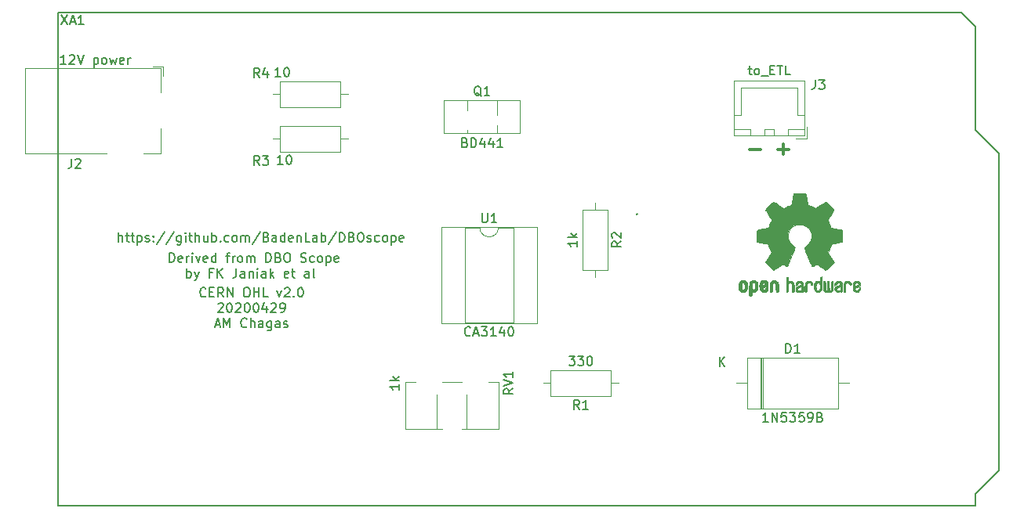
<source format=gbr>
G04 #@! TF.GenerationSoftware,KiCad,Pcbnew,5.1.5-52549c5~84~ubuntu18.04.1*
G04 #@! TF.CreationDate,2020-04-29T15:12:50+01:00*
G04 #@! TF.ProjectId,etl_driver_as_arduino_due_shield,65746c5f-6472-4697-9665-725f61735f61,rev?*
G04 #@! TF.SameCoordinates,Original*
G04 #@! TF.FileFunction,Legend,Top*
G04 #@! TF.FilePolarity,Positive*
%FSLAX46Y46*%
G04 Gerber Fmt 4.6, Leading zero omitted, Abs format (unit mm)*
G04 Created by KiCad (PCBNEW 5.1.5-52549c5~84~ubuntu18.04.1) date 2020-04-29 15:12:50*
%MOMM*%
%LPD*%
G04 APERTURE LIST*
%ADD10C,0.300000*%
%ADD11C,0.150000*%
%ADD12C,0.010000*%
%ADD13C,0.120000*%
G04 APERTURE END LIST*
D10*
X170116571Y-86213142D02*
X171259428Y-86213142D01*
X170688000Y-86784571D02*
X170688000Y-85641714D01*
X167068571Y-86213142D02*
X168211428Y-86213142D01*
D11*
X98919047Y-96210380D02*
X98919047Y-95210380D01*
X99347619Y-96210380D02*
X99347619Y-95686571D01*
X99299999Y-95591333D01*
X99204761Y-95543714D01*
X99061904Y-95543714D01*
X98966666Y-95591333D01*
X98919047Y-95638952D01*
X99680952Y-95543714D02*
X100061904Y-95543714D01*
X99823809Y-95210380D02*
X99823809Y-96067523D01*
X99871428Y-96162761D01*
X99966666Y-96210380D01*
X100061904Y-96210380D01*
X100252380Y-95543714D02*
X100633333Y-95543714D01*
X100395238Y-95210380D02*
X100395238Y-96067523D01*
X100442857Y-96162761D01*
X100538095Y-96210380D01*
X100633333Y-96210380D01*
X100966666Y-95543714D02*
X100966666Y-96543714D01*
X100966666Y-95591333D02*
X101061904Y-95543714D01*
X101252380Y-95543714D01*
X101347619Y-95591333D01*
X101395238Y-95638952D01*
X101442857Y-95734190D01*
X101442857Y-96019904D01*
X101395238Y-96115142D01*
X101347619Y-96162761D01*
X101252380Y-96210380D01*
X101061904Y-96210380D01*
X100966666Y-96162761D01*
X101823809Y-96162761D02*
X101919047Y-96210380D01*
X102109523Y-96210380D01*
X102204761Y-96162761D01*
X102252380Y-96067523D01*
X102252380Y-96019904D01*
X102204761Y-95924666D01*
X102109523Y-95877047D01*
X101966666Y-95877047D01*
X101871428Y-95829428D01*
X101823809Y-95734190D01*
X101823809Y-95686571D01*
X101871428Y-95591333D01*
X101966666Y-95543714D01*
X102109523Y-95543714D01*
X102204761Y-95591333D01*
X102680952Y-96115142D02*
X102728571Y-96162761D01*
X102680952Y-96210380D01*
X102633333Y-96162761D01*
X102680952Y-96115142D01*
X102680952Y-96210380D01*
X102680952Y-95591333D02*
X102728571Y-95638952D01*
X102680952Y-95686571D01*
X102633333Y-95638952D01*
X102680952Y-95591333D01*
X102680952Y-95686571D01*
X103871428Y-95162761D02*
X103014285Y-96448476D01*
X104919047Y-95162761D02*
X104061904Y-96448476D01*
X105680952Y-95543714D02*
X105680952Y-96353238D01*
X105633333Y-96448476D01*
X105585714Y-96496095D01*
X105490476Y-96543714D01*
X105347619Y-96543714D01*
X105252380Y-96496095D01*
X105680952Y-96162761D02*
X105585714Y-96210380D01*
X105395238Y-96210380D01*
X105299999Y-96162761D01*
X105252380Y-96115142D01*
X105204761Y-96019904D01*
X105204761Y-95734190D01*
X105252380Y-95638952D01*
X105299999Y-95591333D01*
X105395238Y-95543714D01*
X105585714Y-95543714D01*
X105680952Y-95591333D01*
X106157142Y-96210380D02*
X106157142Y-95543714D01*
X106157142Y-95210380D02*
X106109523Y-95258000D01*
X106157142Y-95305619D01*
X106204761Y-95258000D01*
X106157142Y-95210380D01*
X106157142Y-95305619D01*
X106490476Y-95543714D02*
X106871428Y-95543714D01*
X106633333Y-95210380D02*
X106633333Y-96067523D01*
X106680952Y-96162761D01*
X106776190Y-96210380D01*
X106871428Y-96210380D01*
X107204761Y-96210380D02*
X107204761Y-95210380D01*
X107633333Y-96210380D02*
X107633333Y-95686571D01*
X107585714Y-95591333D01*
X107490476Y-95543714D01*
X107347619Y-95543714D01*
X107252380Y-95591333D01*
X107204761Y-95638952D01*
X108538095Y-95543714D02*
X108538095Y-96210380D01*
X108109523Y-95543714D02*
X108109523Y-96067523D01*
X108157142Y-96162761D01*
X108252380Y-96210380D01*
X108395238Y-96210380D01*
X108490476Y-96162761D01*
X108538095Y-96115142D01*
X109014285Y-96210380D02*
X109014285Y-95210380D01*
X109014285Y-95591333D02*
X109109523Y-95543714D01*
X109300000Y-95543714D01*
X109395238Y-95591333D01*
X109442857Y-95638952D01*
X109490476Y-95734190D01*
X109490476Y-96019904D01*
X109442857Y-96115142D01*
X109395238Y-96162761D01*
X109300000Y-96210380D01*
X109109523Y-96210380D01*
X109014285Y-96162761D01*
X109919047Y-96115142D02*
X109966666Y-96162761D01*
X109919047Y-96210380D01*
X109871428Y-96162761D01*
X109919047Y-96115142D01*
X109919047Y-96210380D01*
X110823809Y-96162761D02*
X110728571Y-96210380D01*
X110538095Y-96210380D01*
X110442857Y-96162761D01*
X110395238Y-96115142D01*
X110347619Y-96019904D01*
X110347619Y-95734190D01*
X110395238Y-95638952D01*
X110442857Y-95591333D01*
X110538095Y-95543714D01*
X110728571Y-95543714D01*
X110823809Y-95591333D01*
X111395238Y-96210380D02*
X111299999Y-96162761D01*
X111252380Y-96115142D01*
X111204761Y-96019904D01*
X111204761Y-95734190D01*
X111252380Y-95638952D01*
X111299999Y-95591333D01*
X111395238Y-95543714D01*
X111538095Y-95543714D01*
X111633333Y-95591333D01*
X111680952Y-95638952D01*
X111728571Y-95734190D01*
X111728571Y-96019904D01*
X111680952Y-96115142D01*
X111633333Y-96162761D01*
X111538095Y-96210380D01*
X111395238Y-96210380D01*
X112157142Y-96210380D02*
X112157142Y-95543714D01*
X112157142Y-95638952D02*
X112204761Y-95591333D01*
X112299999Y-95543714D01*
X112442857Y-95543714D01*
X112538095Y-95591333D01*
X112585714Y-95686571D01*
X112585714Y-96210380D01*
X112585714Y-95686571D02*
X112633333Y-95591333D01*
X112728571Y-95543714D01*
X112871428Y-95543714D01*
X112966666Y-95591333D01*
X113014285Y-95686571D01*
X113014285Y-96210380D01*
X114204761Y-95162761D02*
X113347619Y-96448476D01*
X114871428Y-95686571D02*
X115014285Y-95734190D01*
X115061904Y-95781809D01*
X115109523Y-95877047D01*
X115109523Y-96019904D01*
X115061904Y-96115142D01*
X115014285Y-96162761D01*
X114919047Y-96210380D01*
X114538095Y-96210380D01*
X114538095Y-95210380D01*
X114871428Y-95210380D01*
X114966666Y-95258000D01*
X115014285Y-95305619D01*
X115061904Y-95400857D01*
X115061904Y-95496095D01*
X115014285Y-95591333D01*
X114966666Y-95638952D01*
X114871428Y-95686571D01*
X114538095Y-95686571D01*
X115966666Y-96210380D02*
X115966666Y-95686571D01*
X115919047Y-95591333D01*
X115823809Y-95543714D01*
X115633333Y-95543714D01*
X115538095Y-95591333D01*
X115966666Y-96162761D02*
X115871428Y-96210380D01*
X115633333Y-96210380D01*
X115538095Y-96162761D01*
X115490476Y-96067523D01*
X115490476Y-95972285D01*
X115538095Y-95877047D01*
X115633333Y-95829428D01*
X115871428Y-95829428D01*
X115966666Y-95781809D01*
X116871428Y-96210380D02*
X116871428Y-95210380D01*
X116871428Y-96162761D02*
X116776190Y-96210380D01*
X116585714Y-96210380D01*
X116490476Y-96162761D01*
X116442857Y-96115142D01*
X116395238Y-96019904D01*
X116395238Y-95734190D01*
X116442857Y-95638952D01*
X116490476Y-95591333D01*
X116585714Y-95543714D01*
X116776190Y-95543714D01*
X116871428Y-95591333D01*
X117728571Y-96162761D02*
X117633333Y-96210380D01*
X117442857Y-96210380D01*
X117347619Y-96162761D01*
X117299999Y-96067523D01*
X117299999Y-95686571D01*
X117347619Y-95591333D01*
X117442857Y-95543714D01*
X117633333Y-95543714D01*
X117728571Y-95591333D01*
X117776190Y-95686571D01*
X117776190Y-95781809D01*
X117299999Y-95877047D01*
X118204761Y-95543714D02*
X118204761Y-96210380D01*
X118204761Y-95638952D02*
X118252380Y-95591333D01*
X118347619Y-95543714D01*
X118490476Y-95543714D01*
X118585714Y-95591333D01*
X118633333Y-95686571D01*
X118633333Y-96210380D01*
X119585714Y-96210380D02*
X119109523Y-96210380D01*
X119109523Y-95210380D01*
X120347619Y-96210380D02*
X120347619Y-95686571D01*
X120299999Y-95591333D01*
X120204761Y-95543714D01*
X120014285Y-95543714D01*
X119919047Y-95591333D01*
X120347619Y-96162761D02*
X120252380Y-96210380D01*
X120014285Y-96210380D01*
X119919047Y-96162761D01*
X119871428Y-96067523D01*
X119871428Y-95972285D01*
X119919047Y-95877047D01*
X120014285Y-95829428D01*
X120252380Y-95829428D01*
X120347619Y-95781809D01*
X120823809Y-96210380D02*
X120823809Y-95210380D01*
X120823809Y-95591333D02*
X120919047Y-95543714D01*
X121109523Y-95543714D01*
X121204761Y-95591333D01*
X121252380Y-95638952D01*
X121299999Y-95734190D01*
X121299999Y-96019904D01*
X121252380Y-96115142D01*
X121204761Y-96162761D01*
X121109523Y-96210380D01*
X120919047Y-96210380D01*
X120823809Y-96162761D01*
X122442857Y-95162761D02*
X121585714Y-96448476D01*
X122776190Y-96210380D02*
X122776190Y-95210380D01*
X123014285Y-95210380D01*
X123157142Y-95258000D01*
X123252380Y-95353238D01*
X123299999Y-95448476D01*
X123347619Y-95638952D01*
X123347619Y-95781809D01*
X123299999Y-95972285D01*
X123252380Y-96067523D01*
X123157142Y-96162761D01*
X123014285Y-96210380D01*
X122776190Y-96210380D01*
X124109523Y-95686571D02*
X124252380Y-95734190D01*
X124299999Y-95781809D01*
X124347619Y-95877047D01*
X124347619Y-96019904D01*
X124299999Y-96115142D01*
X124252380Y-96162761D01*
X124157142Y-96210380D01*
X123776190Y-96210380D01*
X123776190Y-95210380D01*
X124109523Y-95210380D01*
X124204761Y-95258000D01*
X124252380Y-95305619D01*
X124299999Y-95400857D01*
X124299999Y-95496095D01*
X124252380Y-95591333D01*
X124204761Y-95638952D01*
X124109523Y-95686571D01*
X123776190Y-95686571D01*
X124966666Y-95210380D02*
X125157142Y-95210380D01*
X125252380Y-95258000D01*
X125347619Y-95353238D01*
X125395238Y-95543714D01*
X125395238Y-95877047D01*
X125347619Y-96067523D01*
X125252380Y-96162761D01*
X125157142Y-96210380D01*
X124966666Y-96210380D01*
X124871428Y-96162761D01*
X124776190Y-96067523D01*
X124728571Y-95877047D01*
X124728571Y-95543714D01*
X124776190Y-95353238D01*
X124871428Y-95258000D01*
X124966666Y-95210380D01*
X125776190Y-96162761D02*
X125871428Y-96210380D01*
X126061904Y-96210380D01*
X126157142Y-96162761D01*
X126204761Y-96067523D01*
X126204761Y-96019904D01*
X126157142Y-95924666D01*
X126061904Y-95877047D01*
X125919047Y-95877047D01*
X125823809Y-95829428D01*
X125776190Y-95734190D01*
X125776190Y-95686571D01*
X125823809Y-95591333D01*
X125919047Y-95543714D01*
X126061904Y-95543714D01*
X126157142Y-95591333D01*
X127061904Y-96162761D02*
X126966666Y-96210380D01*
X126776190Y-96210380D01*
X126680952Y-96162761D01*
X126633333Y-96115142D01*
X126585714Y-96019904D01*
X126585714Y-95734190D01*
X126633333Y-95638952D01*
X126680952Y-95591333D01*
X126776190Y-95543714D01*
X126966666Y-95543714D01*
X127061904Y-95591333D01*
X127633333Y-96210380D02*
X127538095Y-96162761D01*
X127490476Y-96115142D01*
X127442857Y-96019904D01*
X127442857Y-95734190D01*
X127490476Y-95638952D01*
X127538095Y-95591333D01*
X127633333Y-95543714D01*
X127776190Y-95543714D01*
X127871428Y-95591333D01*
X127919047Y-95638952D01*
X127966666Y-95734190D01*
X127966666Y-96019904D01*
X127919047Y-96115142D01*
X127871428Y-96162761D01*
X127776190Y-96210380D01*
X127633333Y-96210380D01*
X128395238Y-95543714D02*
X128395238Y-96543714D01*
X128395238Y-95591333D02*
X128490476Y-95543714D01*
X128680952Y-95543714D01*
X128776190Y-95591333D01*
X128823809Y-95638952D01*
X128871428Y-95734190D01*
X128871428Y-96019904D01*
X128823809Y-96115142D01*
X128776190Y-96162761D01*
X128680952Y-96210380D01*
X128490476Y-96210380D01*
X128395238Y-96162761D01*
X129680952Y-96162761D02*
X129585714Y-96210380D01*
X129395238Y-96210380D01*
X129299999Y-96162761D01*
X129252380Y-96067523D01*
X129252380Y-95686571D01*
X129299999Y-95591333D01*
X129395238Y-95543714D01*
X129585714Y-95543714D01*
X129680952Y-95591333D01*
X129728571Y-95686571D01*
X129728571Y-95781809D01*
X129252380Y-95877047D01*
X104418952Y-98433380D02*
X104418952Y-97433380D01*
X104657047Y-97433380D01*
X104799904Y-97481000D01*
X104895142Y-97576238D01*
X104942761Y-97671476D01*
X104990380Y-97861952D01*
X104990380Y-98004809D01*
X104942761Y-98195285D01*
X104895142Y-98290523D01*
X104799904Y-98385761D01*
X104657047Y-98433380D01*
X104418952Y-98433380D01*
X105799904Y-98385761D02*
X105704666Y-98433380D01*
X105514190Y-98433380D01*
X105418952Y-98385761D01*
X105371333Y-98290523D01*
X105371333Y-97909571D01*
X105418952Y-97814333D01*
X105514190Y-97766714D01*
X105704666Y-97766714D01*
X105799904Y-97814333D01*
X105847523Y-97909571D01*
X105847523Y-98004809D01*
X105371333Y-98100047D01*
X106276095Y-98433380D02*
X106276095Y-97766714D01*
X106276095Y-97957190D02*
X106323714Y-97861952D01*
X106371333Y-97814333D01*
X106466571Y-97766714D01*
X106561809Y-97766714D01*
X106895142Y-98433380D02*
X106895142Y-97766714D01*
X106895142Y-97433380D02*
X106847523Y-97481000D01*
X106895142Y-97528619D01*
X106942761Y-97481000D01*
X106895142Y-97433380D01*
X106895142Y-97528619D01*
X107276095Y-97766714D02*
X107514190Y-98433380D01*
X107752285Y-97766714D01*
X108514190Y-98385761D02*
X108418952Y-98433380D01*
X108228476Y-98433380D01*
X108133238Y-98385761D01*
X108085619Y-98290523D01*
X108085619Y-97909571D01*
X108133238Y-97814333D01*
X108228476Y-97766714D01*
X108418952Y-97766714D01*
X108514190Y-97814333D01*
X108561809Y-97909571D01*
X108561809Y-98004809D01*
X108085619Y-98100047D01*
X109418952Y-98433380D02*
X109418952Y-97433380D01*
X109418952Y-98385761D02*
X109323714Y-98433380D01*
X109133238Y-98433380D01*
X109037999Y-98385761D01*
X108990380Y-98338142D01*
X108942761Y-98242904D01*
X108942761Y-97957190D01*
X108990380Y-97861952D01*
X109037999Y-97814333D01*
X109133238Y-97766714D01*
X109323714Y-97766714D01*
X109418952Y-97814333D01*
X110514190Y-97766714D02*
X110895142Y-97766714D01*
X110657047Y-98433380D02*
X110657047Y-97576238D01*
X110704666Y-97481000D01*
X110799904Y-97433380D01*
X110895142Y-97433380D01*
X111228476Y-98433380D02*
X111228476Y-97766714D01*
X111228476Y-97957190D02*
X111276095Y-97861952D01*
X111323714Y-97814333D01*
X111418952Y-97766714D01*
X111514190Y-97766714D01*
X111990380Y-98433380D02*
X111895142Y-98385761D01*
X111847523Y-98338142D01*
X111799904Y-98242904D01*
X111799904Y-97957190D01*
X111847523Y-97861952D01*
X111895142Y-97814333D01*
X111990380Y-97766714D01*
X112133238Y-97766714D01*
X112228476Y-97814333D01*
X112276095Y-97861952D01*
X112323714Y-97957190D01*
X112323714Y-98242904D01*
X112276095Y-98338142D01*
X112228476Y-98385761D01*
X112133238Y-98433380D01*
X111990380Y-98433380D01*
X112752285Y-98433380D02*
X112752285Y-97766714D01*
X112752285Y-97861952D02*
X112799904Y-97814333D01*
X112895142Y-97766714D01*
X113038000Y-97766714D01*
X113133238Y-97814333D01*
X113180857Y-97909571D01*
X113180857Y-98433380D01*
X113180857Y-97909571D02*
X113228476Y-97814333D01*
X113323714Y-97766714D01*
X113466571Y-97766714D01*
X113561809Y-97814333D01*
X113609428Y-97909571D01*
X113609428Y-98433380D01*
X114847523Y-98433380D02*
X114847523Y-97433380D01*
X115085619Y-97433380D01*
X115228476Y-97481000D01*
X115323714Y-97576238D01*
X115371333Y-97671476D01*
X115418952Y-97861952D01*
X115418952Y-98004809D01*
X115371333Y-98195285D01*
X115323714Y-98290523D01*
X115228476Y-98385761D01*
X115085619Y-98433380D01*
X114847523Y-98433380D01*
X116180857Y-97909571D02*
X116323714Y-97957190D01*
X116371333Y-98004809D01*
X116418952Y-98100047D01*
X116418952Y-98242904D01*
X116371333Y-98338142D01*
X116323714Y-98385761D01*
X116228476Y-98433380D01*
X115847523Y-98433380D01*
X115847523Y-97433380D01*
X116180857Y-97433380D01*
X116276095Y-97481000D01*
X116323714Y-97528619D01*
X116371333Y-97623857D01*
X116371333Y-97719095D01*
X116323714Y-97814333D01*
X116276095Y-97861952D01*
X116180857Y-97909571D01*
X115847523Y-97909571D01*
X117038000Y-97433380D02*
X117228476Y-97433380D01*
X117323714Y-97481000D01*
X117418952Y-97576238D01*
X117466571Y-97766714D01*
X117466571Y-98100047D01*
X117418952Y-98290523D01*
X117323714Y-98385761D01*
X117228476Y-98433380D01*
X117038000Y-98433380D01*
X116942761Y-98385761D01*
X116847523Y-98290523D01*
X116799904Y-98100047D01*
X116799904Y-97766714D01*
X116847523Y-97576238D01*
X116942761Y-97481000D01*
X117038000Y-97433380D01*
X118609428Y-98385761D02*
X118752285Y-98433380D01*
X118990380Y-98433380D01*
X119085619Y-98385761D01*
X119133238Y-98338142D01*
X119180857Y-98242904D01*
X119180857Y-98147666D01*
X119133238Y-98052428D01*
X119085619Y-98004809D01*
X118990380Y-97957190D01*
X118799904Y-97909571D01*
X118704666Y-97861952D01*
X118657047Y-97814333D01*
X118609428Y-97719095D01*
X118609428Y-97623857D01*
X118657047Y-97528619D01*
X118704666Y-97481000D01*
X118799904Y-97433380D01*
X119037999Y-97433380D01*
X119180857Y-97481000D01*
X120037999Y-98385761D02*
X119942761Y-98433380D01*
X119752285Y-98433380D01*
X119657047Y-98385761D01*
X119609428Y-98338142D01*
X119561809Y-98242904D01*
X119561809Y-97957190D01*
X119609428Y-97861952D01*
X119657047Y-97814333D01*
X119752285Y-97766714D01*
X119942761Y-97766714D01*
X120037999Y-97814333D01*
X120609428Y-98433380D02*
X120514190Y-98385761D01*
X120466571Y-98338142D01*
X120418952Y-98242904D01*
X120418952Y-97957190D01*
X120466571Y-97861952D01*
X120514190Y-97814333D01*
X120609428Y-97766714D01*
X120752285Y-97766714D01*
X120847523Y-97814333D01*
X120895142Y-97861952D01*
X120942761Y-97957190D01*
X120942761Y-98242904D01*
X120895142Y-98338142D01*
X120847523Y-98385761D01*
X120752285Y-98433380D01*
X120609428Y-98433380D01*
X121371333Y-97766714D02*
X121371333Y-98766714D01*
X121371333Y-97814333D02*
X121466571Y-97766714D01*
X121657047Y-97766714D01*
X121752285Y-97814333D01*
X121799904Y-97861952D01*
X121847523Y-97957190D01*
X121847523Y-98242904D01*
X121799904Y-98338142D01*
X121752285Y-98385761D01*
X121657047Y-98433380D01*
X121466571Y-98433380D01*
X121371333Y-98385761D01*
X122657047Y-98385761D02*
X122561809Y-98433380D01*
X122371333Y-98433380D01*
X122276095Y-98385761D01*
X122228476Y-98290523D01*
X122228476Y-97909571D01*
X122276095Y-97814333D01*
X122371333Y-97766714D01*
X122561809Y-97766714D01*
X122657047Y-97814333D01*
X122704666Y-97909571D01*
X122704666Y-98004809D01*
X122228476Y-98100047D01*
X106299904Y-100083380D02*
X106299904Y-99083380D01*
X106299904Y-99464333D02*
X106395142Y-99416714D01*
X106585619Y-99416714D01*
X106680857Y-99464333D01*
X106728476Y-99511952D01*
X106776095Y-99607190D01*
X106776095Y-99892904D01*
X106728476Y-99988142D01*
X106680857Y-100035761D01*
X106585619Y-100083380D01*
X106395142Y-100083380D01*
X106299904Y-100035761D01*
X107109428Y-99416714D02*
X107347523Y-100083380D01*
X107585619Y-99416714D02*
X107347523Y-100083380D01*
X107252285Y-100321476D01*
X107204666Y-100369095D01*
X107109428Y-100416714D01*
X109061809Y-99559571D02*
X108728476Y-99559571D01*
X108728476Y-100083380D02*
X108728476Y-99083380D01*
X109204666Y-99083380D01*
X109585619Y-100083380D02*
X109585619Y-99083380D01*
X110157047Y-100083380D02*
X109728476Y-99511952D01*
X110157047Y-99083380D02*
X109585619Y-99654809D01*
X111633238Y-99083380D02*
X111633238Y-99797666D01*
X111585619Y-99940523D01*
X111490380Y-100035761D01*
X111347523Y-100083380D01*
X111252285Y-100083380D01*
X112538000Y-100083380D02*
X112538000Y-99559571D01*
X112490380Y-99464333D01*
X112395142Y-99416714D01*
X112204666Y-99416714D01*
X112109428Y-99464333D01*
X112538000Y-100035761D02*
X112442761Y-100083380D01*
X112204666Y-100083380D01*
X112109428Y-100035761D01*
X112061809Y-99940523D01*
X112061809Y-99845285D01*
X112109428Y-99750047D01*
X112204666Y-99702428D01*
X112442761Y-99702428D01*
X112538000Y-99654809D01*
X113014190Y-99416714D02*
X113014190Y-100083380D01*
X113014190Y-99511952D02*
X113061809Y-99464333D01*
X113157047Y-99416714D01*
X113299904Y-99416714D01*
X113395142Y-99464333D01*
X113442761Y-99559571D01*
X113442761Y-100083380D01*
X113918952Y-100083380D02*
X113918952Y-99416714D01*
X113918952Y-99083380D02*
X113871333Y-99131000D01*
X113918952Y-99178619D01*
X113966571Y-99131000D01*
X113918952Y-99083380D01*
X113918952Y-99178619D01*
X114823714Y-100083380D02*
X114823714Y-99559571D01*
X114776095Y-99464333D01*
X114680857Y-99416714D01*
X114490380Y-99416714D01*
X114395142Y-99464333D01*
X114823714Y-100035761D02*
X114728476Y-100083380D01*
X114490380Y-100083380D01*
X114395142Y-100035761D01*
X114347523Y-99940523D01*
X114347523Y-99845285D01*
X114395142Y-99750047D01*
X114490380Y-99702428D01*
X114728476Y-99702428D01*
X114823714Y-99654809D01*
X115299904Y-100083380D02*
X115299904Y-99083380D01*
X115395142Y-99702428D02*
X115680857Y-100083380D01*
X115680857Y-99416714D02*
X115299904Y-99797666D01*
X117252285Y-100035761D02*
X117157047Y-100083380D01*
X116966571Y-100083380D01*
X116871333Y-100035761D01*
X116823714Y-99940523D01*
X116823714Y-99559571D01*
X116871333Y-99464333D01*
X116966571Y-99416714D01*
X117157047Y-99416714D01*
X117252285Y-99464333D01*
X117299904Y-99559571D01*
X117299904Y-99654809D01*
X116823714Y-99750047D01*
X117585619Y-99416714D02*
X117966571Y-99416714D01*
X117728476Y-99083380D02*
X117728476Y-99940523D01*
X117776095Y-100035761D01*
X117871333Y-100083380D01*
X117966571Y-100083380D01*
X119490380Y-100083380D02*
X119490380Y-99559571D01*
X119442761Y-99464333D01*
X119347523Y-99416714D01*
X119157047Y-99416714D01*
X119061809Y-99464333D01*
X119490380Y-100035761D02*
X119395142Y-100083380D01*
X119157047Y-100083380D01*
X119061809Y-100035761D01*
X119014190Y-99940523D01*
X119014190Y-99845285D01*
X119061809Y-99750047D01*
X119157047Y-99702428D01*
X119395142Y-99702428D01*
X119490380Y-99654809D01*
X120109428Y-100083380D02*
X120014190Y-100035761D01*
X119966571Y-99940523D01*
X119966571Y-99083380D01*
X108331619Y-102085142D02*
X108284000Y-102132761D01*
X108141142Y-102180380D01*
X108045904Y-102180380D01*
X107903047Y-102132761D01*
X107807809Y-102037523D01*
X107760190Y-101942285D01*
X107712571Y-101751809D01*
X107712571Y-101608952D01*
X107760190Y-101418476D01*
X107807809Y-101323238D01*
X107903047Y-101228000D01*
X108045904Y-101180380D01*
X108141142Y-101180380D01*
X108284000Y-101228000D01*
X108331619Y-101275619D01*
X108760190Y-101656571D02*
X109093523Y-101656571D01*
X109236380Y-102180380D02*
X108760190Y-102180380D01*
X108760190Y-101180380D01*
X109236380Y-101180380D01*
X110236380Y-102180380D02*
X109903047Y-101704190D01*
X109664952Y-102180380D02*
X109664952Y-101180380D01*
X110045904Y-101180380D01*
X110141142Y-101228000D01*
X110188761Y-101275619D01*
X110236380Y-101370857D01*
X110236380Y-101513714D01*
X110188761Y-101608952D01*
X110141142Y-101656571D01*
X110045904Y-101704190D01*
X109664952Y-101704190D01*
X110664952Y-102180380D02*
X110664952Y-101180380D01*
X111236380Y-102180380D01*
X111236380Y-101180380D01*
X112664952Y-101180380D02*
X112855428Y-101180380D01*
X112950666Y-101228000D01*
X113045904Y-101323238D01*
X113093523Y-101513714D01*
X113093523Y-101847047D01*
X113045904Y-102037523D01*
X112950666Y-102132761D01*
X112855428Y-102180380D01*
X112664952Y-102180380D01*
X112569714Y-102132761D01*
X112474476Y-102037523D01*
X112426857Y-101847047D01*
X112426857Y-101513714D01*
X112474476Y-101323238D01*
X112569714Y-101228000D01*
X112664952Y-101180380D01*
X113522095Y-102180380D02*
X113522095Y-101180380D01*
X113522095Y-101656571D02*
X114093523Y-101656571D01*
X114093523Y-102180380D02*
X114093523Y-101180380D01*
X115045904Y-102180380D02*
X114569714Y-102180380D01*
X114569714Y-101180380D01*
X116045904Y-101513714D02*
X116284000Y-102180380D01*
X116522095Y-101513714D01*
X116855428Y-101275619D02*
X116903047Y-101228000D01*
X116998285Y-101180380D01*
X117236380Y-101180380D01*
X117331619Y-101228000D01*
X117379238Y-101275619D01*
X117426857Y-101370857D01*
X117426857Y-101466095D01*
X117379238Y-101608952D01*
X116807809Y-102180380D01*
X117426857Y-102180380D01*
X117855428Y-102085142D02*
X117903047Y-102132761D01*
X117855428Y-102180380D01*
X117807809Y-102132761D01*
X117855428Y-102085142D01*
X117855428Y-102180380D01*
X118522095Y-101180380D02*
X118617333Y-101180380D01*
X118712571Y-101228000D01*
X118760190Y-101275619D01*
X118807809Y-101370857D01*
X118855428Y-101561333D01*
X118855428Y-101799428D01*
X118807809Y-101989904D01*
X118760190Y-102085142D01*
X118712571Y-102132761D01*
X118617333Y-102180380D01*
X118522095Y-102180380D01*
X118426857Y-102132761D01*
X118379238Y-102085142D01*
X118331619Y-101989904D01*
X118284000Y-101799428D01*
X118284000Y-101561333D01*
X118331619Y-101370857D01*
X118379238Y-101275619D01*
X118426857Y-101228000D01*
X118522095Y-101180380D01*
X109664952Y-102925619D02*
X109712571Y-102878000D01*
X109807809Y-102830380D01*
X110045904Y-102830380D01*
X110141142Y-102878000D01*
X110188761Y-102925619D01*
X110236380Y-103020857D01*
X110236380Y-103116095D01*
X110188761Y-103258952D01*
X109617333Y-103830380D01*
X110236380Y-103830380D01*
X110855428Y-102830380D02*
X110950666Y-102830380D01*
X111045904Y-102878000D01*
X111093523Y-102925619D01*
X111141142Y-103020857D01*
X111188761Y-103211333D01*
X111188761Y-103449428D01*
X111141142Y-103639904D01*
X111093523Y-103735142D01*
X111045904Y-103782761D01*
X110950666Y-103830380D01*
X110855428Y-103830380D01*
X110760190Y-103782761D01*
X110712571Y-103735142D01*
X110664952Y-103639904D01*
X110617333Y-103449428D01*
X110617333Y-103211333D01*
X110664952Y-103020857D01*
X110712571Y-102925619D01*
X110760190Y-102878000D01*
X110855428Y-102830380D01*
X111569714Y-102925619D02*
X111617333Y-102878000D01*
X111712571Y-102830380D01*
X111950666Y-102830380D01*
X112045904Y-102878000D01*
X112093523Y-102925619D01*
X112141142Y-103020857D01*
X112141142Y-103116095D01*
X112093523Y-103258952D01*
X111522095Y-103830380D01*
X112141142Y-103830380D01*
X112760190Y-102830380D02*
X112855428Y-102830380D01*
X112950666Y-102878000D01*
X112998285Y-102925619D01*
X113045904Y-103020857D01*
X113093523Y-103211333D01*
X113093523Y-103449428D01*
X113045904Y-103639904D01*
X112998285Y-103735142D01*
X112950666Y-103782761D01*
X112855428Y-103830380D01*
X112760190Y-103830380D01*
X112664952Y-103782761D01*
X112617333Y-103735142D01*
X112569714Y-103639904D01*
X112522095Y-103449428D01*
X112522095Y-103211333D01*
X112569714Y-103020857D01*
X112617333Y-102925619D01*
X112664952Y-102878000D01*
X112760190Y-102830380D01*
X113712571Y-102830380D02*
X113807809Y-102830380D01*
X113903047Y-102878000D01*
X113950666Y-102925619D01*
X113998285Y-103020857D01*
X114045904Y-103211333D01*
X114045904Y-103449428D01*
X113998285Y-103639904D01*
X113950666Y-103735142D01*
X113903047Y-103782761D01*
X113807809Y-103830380D01*
X113712571Y-103830380D01*
X113617333Y-103782761D01*
X113569714Y-103735142D01*
X113522095Y-103639904D01*
X113474476Y-103449428D01*
X113474476Y-103211333D01*
X113522095Y-103020857D01*
X113569714Y-102925619D01*
X113617333Y-102878000D01*
X113712571Y-102830380D01*
X114903047Y-103163714D02*
X114903047Y-103830380D01*
X114664952Y-102782761D02*
X114426857Y-103497047D01*
X115045904Y-103497047D01*
X115379238Y-102925619D02*
X115426857Y-102878000D01*
X115522095Y-102830380D01*
X115760190Y-102830380D01*
X115855428Y-102878000D01*
X115903047Y-102925619D01*
X115950666Y-103020857D01*
X115950666Y-103116095D01*
X115903047Y-103258952D01*
X115331619Y-103830380D01*
X115950666Y-103830380D01*
X116426857Y-103830380D02*
X116617333Y-103830380D01*
X116712571Y-103782761D01*
X116760190Y-103735142D01*
X116855428Y-103592285D01*
X116903047Y-103401809D01*
X116903047Y-103020857D01*
X116855428Y-102925619D01*
X116807809Y-102878000D01*
X116712571Y-102830380D01*
X116522095Y-102830380D01*
X116426857Y-102878000D01*
X116379238Y-102925619D01*
X116331619Y-103020857D01*
X116331619Y-103258952D01*
X116379238Y-103354190D01*
X116426857Y-103401809D01*
X116522095Y-103449428D01*
X116712571Y-103449428D01*
X116807809Y-103401809D01*
X116855428Y-103354190D01*
X116903047Y-103258952D01*
X109379238Y-105194666D02*
X109855428Y-105194666D01*
X109284000Y-105480380D02*
X109617333Y-104480380D01*
X109950666Y-105480380D01*
X110284000Y-105480380D02*
X110284000Y-104480380D01*
X110617333Y-105194666D01*
X110950666Y-104480380D01*
X110950666Y-105480380D01*
X112760190Y-105385142D02*
X112712571Y-105432761D01*
X112569714Y-105480380D01*
X112474476Y-105480380D01*
X112331619Y-105432761D01*
X112236380Y-105337523D01*
X112188761Y-105242285D01*
X112141142Y-105051809D01*
X112141142Y-104908952D01*
X112188761Y-104718476D01*
X112236380Y-104623238D01*
X112331619Y-104528000D01*
X112474476Y-104480380D01*
X112569714Y-104480380D01*
X112712571Y-104528000D01*
X112760190Y-104575619D01*
X113188761Y-105480380D02*
X113188761Y-104480380D01*
X113617333Y-105480380D02*
X113617333Y-104956571D01*
X113569714Y-104861333D01*
X113474476Y-104813714D01*
X113331619Y-104813714D01*
X113236380Y-104861333D01*
X113188761Y-104908952D01*
X114522095Y-105480380D02*
X114522095Y-104956571D01*
X114474476Y-104861333D01*
X114379238Y-104813714D01*
X114188761Y-104813714D01*
X114093523Y-104861333D01*
X114522095Y-105432761D02*
X114426857Y-105480380D01*
X114188761Y-105480380D01*
X114093523Y-105432761D01*
X114045904Y-105337523D01*
X114045904Y-105242285D01*
X114093523Y-105147047D01*
X114188761Y-105099428D01*
X114426857Y-105099428D01*
X114522095Y-105051809D01*
X115426857Y-104813714D02*
X115426857Y-105623238D01*
X115379238Y-105718476D01*
X115331619Y-105766095D01*
X115236380Y-105813714D01*
X115093523Y-105813714D01*
X114998285Y-105766095D01*
X115426857Y-105432761D02*
X115331619Y-105480380D01*
X115141142Y-105480380D01*
X115045904Y-105432761D01*
X114998285Y-105385142D01*
X114950666Y-105289904D01*
X114950666Y-105004190D01*
X114998285Y-104908952D01*
X115045904Y-104861333D01*
X115141142Y-104813714D01*
X115331619Y-104813714D01*
X115426857Y-104861333D01*
X116331619Y-105480380D02*
X116331619Y-104956571D01*
X116284000Y-104861333D01*
X116188761Y-104813714D01*
X115998285Y-104813714D01*
X115903047Y-104861333D01*
X116331619Y-105432761D02*
X116236380Y-105480380D01*
X115998285Y-105480380D01*
X115903047Y-105432761D01*
X115855428Y-105337523D01*
X115855428Y-105242285D01*
X115903047Y-105147047D01*
X115998285Y-105099428D01*
X116236380Y-105099428D01*
X116331619Y-105051809D01*
X116760190Y-105432761D02*
X116855428Y-105480380D01*
X117045904Y-105480380D01*
X117141142Y-105432761D01*
X117188761Y-105337523D01*
X117188761Y-105289904D01*
X117141142Y-105194666D01*
X117045904Y-105147047D01*
X116903047Y-105147047D01*
X116807809Y-105099428D01*
X116760190Y-105004190D01*
X116760190Y-104956571D01*
X116807809Y-104861333D01*
X116903047Y-104813714D01*
X117045904Y-104813714D01*
X117141142Y-104861333D01*
D12*
G36*
X172675014Y-90972998D02*
G01*
X172833006Y-90973863D01*
X172947347Y-90976205D01*
X173025407Y-90980762D01*
X173074554Y-90988270D01*
X173102159Y-90999466D01*
X173115592Y-91015088D01*
X173122221Y-91035873D01*
X173122865Y-91038563D01*
X173132935Y-91087113D01*
X173151575Y-91182905D01*
X173176845Y-91315743D01*
X173206807Y-91475431D01*
X173239522Y-91651774D01*
X173240664Y-91657967D01*
X173273433Y-91830782D01*
X173304093Y-91983469D01*
X173330664Y-92106871D01*
X173351167Y-92191831D01*
X173363626Y-92229190D01*
X173364220Y-92229852D01*
X173400919Y-92248095D01*
X173476586Y-92278497D01*
X173574878Y-92314493D01*
X173575425Y-92314685D01*
X173699233Y-92361222D01*
X173845196Y-92420504D01*
X173982781Y-92480109D01*
X173989293Y-92483056D01*
X174213390Y-92584765D01*
X174709619Y-92245897D01*
X174861846Y-92142592D01*
X174999741Y-92050237D01*
X175115315Y-91974084D01*
X175200579Y-91919385D01*
X175247544Y-91891393D01*
X175252004Y-91889317D01*
X175286134Y-91898560D01*
X175349881Y-91943156D01*
X175445731Y-92025209D01*
X175576169Y-92146821D01*
X175709328Y-92276205D01*
X175837694Y-92403702D01*
X175952581Y-92520046D01*
X176047073Y-92618052D01*
X176114253Y-92690536D01*
X176147206Y-92730313D01*
X176148432Y-92732361D01*
X176152074Y-92759656D01*
X176138350Y-92804234D01*
X176103869Y-92872112D01*
X176045239Y-92969311D01*
X175959070Y-93101851D01*
X175844200Y-93272476D01*
X175742254Y-93422655D01*
X175651123Y-93557350D01*
X175576073Y-93668740D01*
X175522369Y-93749005D01*
X175495280Y-93790325D01*
X175493574Y-93793130D01*
X175496882Y-93832721D01*
X175521953Y-93909669D01*
X175563798Y-94009432D01*
X175578712Y-94041291D01*
X175643786Y-94183226D01*
X175713212Y-94344273D01*
X175769609Y-94483621D01*
X175810247Y-94587044D01*
X175842526Y-94665642D01*
X175861178Y-94706720D01*
X175863497Y-94709885D01*
X175897803Y-94715128D01*
X175978669Y-94729494D01*
X176095343Y-94750937D01*
X176237075Y-94777413D01*
X176393110Y-94806877D01*
X176552698Y-94837283D01*
X176705085Y-94866588D01*
X176839521Y-94892745D01*
X176945252Y-94913710D01*
X177011526Y-94927439D01*
X177027782Y-94931320D01*
X177044573Y-94940900D01*
X177057249Y-94962536D01*
X177066378Y-95003531D01*
X177072531Y-95071189D01*
X177076280Y-95172812D01*
X177078192Y-95315703D01*
X177078840Y-95507165D01*
X177078874Y-95585645D01*
X177078874Y-96223906D01*
X176925598Y-96254160D01*
X176840322Y-96270564D01*
X176713070Y-96294509D01*
X176559315Y-96323107D01*
X176394534Y-96353467D01*
X176348989Y-96361806D01*
X176196932Y-96391370D01*
X176064468Y-96420442D01*
X175962714Y-96446329D01*
X175902788Y-96466337D01*
X175892805Y-96472301D01*
X175868293Y-96514534D01*
X175833148Y-96596370D01*
X175794173Y-96701683D01*
X175786442Y-96724368D01*
X175735360Y-96865018D01*
X175671954Y-97023714D01*
X175609904Y-97166225D01*
X175609598Y-97166886D01*
X175506267Y-97390440D01*
X176185961Y-98390232D01*
X175749621Y-98827300D01*
X175617649Y-98957381D01*
X175497279Y-99072048D01*
X175395273Y-99165181D01*
X175318391Y-99230658D01*
X175273393Y-99262357D01*
X175266938Y-99264368D01*
X175229040Y-99248529D01*
X175151708Y-99204496D01*
X175043389Y-99137490D01*
X174912532Y-99052734D01*
X174771052Y-98957816D01*
X174627461Y-98860998D01*
X174499435Y-98776751D01*
X174395105Y-98710258D01*
X174322600Y-98666702D01*
X174290158Y-98651264D01*
X174250576Y-98664328D01*
X174175519Y-98698750D01*
X174080468Y-98747380D01*
X174070392Y-98752785D01*
X173942391Y-98816980D01*
X173854618Y-98848463D01*
X173800028Y-98848798D01*
X173771575Y-98819548D01*
X173771410Y-98819138D01*
X173757188Y-98784498D01*
X173723269Y-98702269D01*
X173672284Y-98578814D01*
X173606862Y-98420498D01*
X173529634Y-98233686D01*
X173443229Y-98024742D01*
X173359551Y-97822446D01*
X173267588Y-97599200D01*
X173183150Y-97392392D01*
X173108769Y-97208362D01*
X173046974Y-97053451D01*
X173000297Y-96933996D01*
X172971268Y-96856339D01*
X172962322Y-96827356D01*
X172984756Y-96794110D01*
X173043439Y-96741123D01*
X173121689Y-96682704D01*
X173344534Y-96497952D01*
X173518718Y-96286182D01*
X173642154Y-96051856D01*
X173712754Y-95799434D01*
X173728431Y-95533377D01*
X173717036Y-95410575D01*
X173654950Y-95155793D01*
X173548023Y-94930801D01*
X173402889Y-94737817D01*
X173226178Y-94579061D01*
X173024522Y-94456750D01*
X172804554Y-94373105D01*
X172572906Y-94330344D01*
X172336209Y-94330687D01*
X172101095Y-94376352D01*
X171874196Y-94469559D01*
X171662144Y-94612527D01*
X171573636Y-94693383D01*
X171403889Y-94901007D01*
X171285699Y-95127895D01*
X171218278Y-95367433D01*
X171200840Y-95613007D01*
X171232598Y-95858003D01*
X171312765Y-96095808D01*
X171440555Y-96319807D01*
X171615180Y-96523387D01*
X171810312Y-96682704D01*
X171891591Y-96743602D01*
X171949009Y-96796015D01*
X171969678Y-96827406D01*
X171958856Y-96861639D01*
X171928077Y-96943419D01*
X171879874Y-97066407D01*
X171816778Y-97224263D01*
X171741322Y-97410649D01*
X171656038Y-97619226D01*
X171572219Y-97822496D01*
X171479745Y-98045933D01*
X171394089Y-98252984D01*
X171317882Y-98437286D01*
X171253753Y-98592475D01*
X171204332Y-98712188D01*
X171172248Y-98790061D01*
X171160359Y-98819138D01*
X171132274Y-98848677D01*
X171077949Y-98848591D01*
X170990395Y-98817326D01*
X170862619Y-98753329D01*
X170861608Y-98752785D01*
X170765402Y-98703121D01*
X170687631Y-98666945D01*
X170643777Y-98651408D01*
X170641842Y-98651264D01*
X170608829Y-98667024D01*
X170535946Y-98710850D01*
X170431322Y-98777557D01*
X170303090Y-98861964D01*
X170160948Y-98957816D01*
X170016233Y-99054867D01*
X169885804Y-99139270D01*
X169778110Y-99205801D01*
X169701598Y-99249238D01*
X169665062Y-99264368D01*
X169631418Y-99244482D01*
X169563776Y-99188903D01*
X169468893Y-99103754D01*
X169353530Y-98995153D01*
X169224445Y-98869221D01*
X169182229Y-98827149D01*
X168745739Y-98389931D01*
X169077977Y-97902340D01*
X169178946Y-97752605D01*
X169267562Y-97618220D01*
X169338854Y-97506969D01*
X169387850Y-97426639D01*
X169409578Y-97385014D01*
X169410215Y-97382053D01*
X169398760Y-97342818D01*
X169367949Y-97263895D01*
X169323116Y-97158509D01*
X169291647Y-97087954D01*
X169232808Y-96952876D01*
X169177396Y-96816409D01*
X169134436Y-96701103D01*
X169122766Y-96665977D01*
X169089611Y-96572174D01*
X169057201Y-96499694D01*
X169039399Y-96472301D01*
X169000114Y-96455536D01*
X168914374Y-96431770D01*
X168793303Y-96403697D01*
X168648027Y-96374009D01*
X168583012Y-96361806D01*
X168417913Y-96331468D01*
X168259552Y-96302093D01*
X168123404Y-96276569D01*
X168024943Y-96257785D01*
X168006402Y-96254160D01*
X167853127Y-96223906D01*
X167853127Y-95585645D01*
X167853471Y-95375770D01*
X167854884Y-95216980D01*
X167857936Y-95101973D01*
X167863197Y-95023446D01*
X167871237Y-94974096D01*
X167882627Y-94946619D01*
X167897937Y-94933713D01*
X167904218Y-94931320D01*
X167942104Y-94922833D01*
X168025805Y-94905900D01*
X168144567Y-94882566D01*
X168287639Y-94854875D01*
X168444268Y-94824873D01*
X168603703Y-94794604D01*
X168755191Y-94766115D01*
X168887981Y-94741449D01*
X168991319Y-94722651D01*
X169054455Y-94711767D01*
X169068503Y-94709885D01*
X169081230Y-94684704D01*
X169109400Y-94617622D01*
X169147748Y-94521333D01*
X169162391Y-94483621D01*
X169221452Y-94337921D01*
X169291000Y-94176951D01*
X169353288Y-94041291D01*
X169399121Y-93937561D01*
X169429613Y-93852326D01*
X169439792Y-93800126D01*
X169438169Y-93793130D01*
X169416657Y-93760102D01*
X169367535Y-93686643D01*
X169296077Y-93580577D01*
X169207555Y-93449726D01*
X169107241Y-93301912D01*
X169087406Y-93272734D01*
X168971012Y-93099863D01*
X168885452Y-92968226D01*
X168827316Y-92871761D01*
X168793192Y-92804408D01*
X168779669Y-92760106D01*
X168783336Y-92732794D01*
X168783430Y-92732620D01*
X168812293Y-92696746D01*
X168876133Y-92627391D01*
X168968031Y-92531745D01*
X169081067Y-92416999D01*
X169208321Y-92290341D01*
X169222672Y-92276205D01*
X169383043Y-92120903D01*
X169506805Y-92006870D01*
X169596445Y-91932002D01*
X169654448Y-91894196D01*
X169679996Y-91889317D01*
X169717282Y-91910603D01*
X169794657Y-91959773D01*
X169904133Y-92031575D01*
X170037720Y-92120755D01*
X170187430Y-92222063D01*
X170222382Y-92245897D01*
X170718610Y-92584765D01*
X170942707Y-92483056D01*
X171078989Y-92423783D01*
X171225276Y-92364170D01*
X171351035Y-92316640D01*
X171356575Y-92314685D01*
X171454943Y-92278677D01*
X171530771Y-92248229D01*
X171567718Y-92229905D01*
X171567780Y-92229852D01*
X171579504Y-92196729D01*
X171599432Y-92115267D01*
X171625587Y-91994625D01*
X171655990Y-91843959D01*
X171688663Y-91672428D01*
X171691336Y-91657967D01*
X171724110Y-91481235D01*
X171754198Y-91320810D01*
X171779661Y-91186888D01*
X171798559Y-91089663D01*
X171808953Y-91039332D01*
X171809135Y-91038563D01*
X171815461Y-91017153D01*
X171827761Y-91000988D01*
X171853406Y-90989331D01*
X171899765Y-90981445D01*
X171974208Y-90976593D01*
X172084105Y-90974039D01*
X172236825Y-90973045D01*
X172439738Y-90972874D01*
X172466000Y-90972874D01*
X172675014Y-90972998D01*
G37*
X172675014Y-90972998D02*
X172833006Y-90973863D01*
X172947347Y-90976205D01*
X173025407Y-90980762D01*
X173074554Y-90988270D01*
X173102159Y-90999466D01*
X173115592Y-91015088D01*
X173122221Y-91035873D01*
X173122865Y-91038563D01*
X173132935Y-91087113D01*
X173151575Y-91182905D01*
X173176845Y-91315743D01*
X173206807Y-91475431D01*
X173239522Y-91651774D01*
X173240664Y-91657967D01*
X173273433Y-91830782D01*
X173304093Y-91983469D01*
X173330664Y-92106871D01*
X173351167Y-92191831D01*
X173363626Y-92229190D01*
X173364220Y-92229852D01*
X173400919Y-92248095D01*
X173476586Y-92278497D01*
X173574878Y-92314493D01*
X173575425Y-92314685D01*
X173699233Y-92361222D01*
X173845196Y-92420504D01*
X173982781Y-92480109D01*
X173989293Y-92483056D01*
X174213390Y-92584765D01*
X174709619Y-92245897D01*
X174861846Y-92142592D01*
X174999741Y-92050237D01*
X175115315Y-91974084D01*
X175200579Y-91919385D01*
X175247544Y-91891393D01*
X175252004Y-91889317D01*
X175286134Y-91898560D01*
X175349881Y-91943156D01*
X175445731Y-92025209D01*
X175576169Y-92146821D01*
X175709328Y-92276205D01*
X175837694Y-92403702D01*
X175952581Y-92520046D01*
X176047073Y-92618052D01*
X176114253Y-92690536D01*
X176147206Y-92730313D01*
X176148432Y-92732361D01*
X176152074Y-92759656D01*
X176138350Y-92804234D01*
X176103869Y-92872112D01*
X176045239Y-92969311D01*
X175959070Y-93101851D01*
X175844200Y-93272476D01*
X175742254Y-93422655D01*
X175651123Y-93557350D01*
X175576073Y-93668740D01*
X175522369Y-93749005D01*
X175495280Y-93790325D01*
X175493574Y-93793130D01*
X175496882Y-93832721D01*
X175521953Y-93909669D01*
X175563798Y-94009432D01*
X175578712Y-94041291D01*
X175643786Y-94183226D01*
X175713212Y-94344273D01*
X175769609Y-94483621D01*
X175810247Y-94587044D01*
X175842526Y-94665642D01*
X175861178Y-94706720D01*
X175863497Y-94709885D01*
X175897803Y-94715128D01*
X175978669Y-94729494D01*
X176095343Y-94750937D01*
X176237075Y-94777413D01*
X176393110Y-94806877D01*
X176552698Y-94837283D01*
X176705085Y-94866588D01*
X176839521Y-94892745D01*
X176945252Y-94913710D01*
X177011526Y-94927439D01*
X177027782Y-94931320D01*
X177044573Y-94940900D01*
X177057249Y-94962536D01*
X177066378Y-95003531D01*
X177072531Y-95071189D01*
X177076280Y-95172812D01*
X177078192Y-95315703D01*
X177078840Y-95507165D01*
X177078874Y-95585645D01*
X177078874Y-96223906D01*
X176925598Y-96254160D01*
X176840322Y-96270564D01*
X176713070Y-96294509D01*
X176559315Y-96323107D01*
X176394534Y-96353467D01*
X176348989Y-96361806D01*
X176196932Y-96391370D01*
X176064468Y-96420442D01*
X175962714Y-96446329D01*
X175902788Y-96466337D01*
X175892805Y-96472301D01*
X175868293Y-96514534D01*
X175833148Y-96596370D01*
X175794173Y-96701683D01*
X175786442Y-96724368D01*
X175735360Y-96865018D01*
X175671954Y-97023714D01*
X175609904Y-97166225D01*
X175609598Y-97166886D01*
X175506267Y-97390440D01*
X176185961Y-98390232D01*
X175749621Y-98827300D01*
X175617649Y-98957381D01*
X175497279Y-99072048D01*
X175395273Y-99165181D01*
X175318391Y-99230658D01*
X175273393Y-99262357D01*
X175266938Y-99264368D01*
X175229040Y-99248529D01*
X175151708Y-99204496D01*
X175043389Y-99137490D01*
X174912532Y-99052734D01*
X174771052Y-98957816D01*
X174627461Y-98860998D01*
X174499435Y-98776751D01*
X174395105Y-98710258D01*
X174322600Y-98666702D01*
X174290158Y-98651264D01*
X174250576Y-98664328D01*
X174175519Y-98698750D01*
X174080468Y-98747380D01*
X174070392Y-98752785D01*
X173942391Y-98816980D01*
X173854618Y-98848463D01*
X173800028Y-98848798D01*
X173771575Y-98819548D01*
X173771410Y-98819138D01*
X173757188Y-98784498D01*
X173723269Y-98702269D01*
X173672284Y-98578814D01*
X173606862Y-98420498D01*
X173529634Y-98233686D01*
X173443229Y-98024742D01*
X173359551Y-97822446D01*
X173267588Y-97599200D01*
X173183150Y-97392392D01*
X173108769Y-97208362D01*
X173046974Y-97053451D01*
X173000297Y-96933996D01*
X172971268Y-96856339D01*
X172962322Y-96827356D01*
X172984756Y-96794110D01*
X173043439Y-96741123D01*
X173121689Y-96682704D01*
X173344534Y-96497952D01*
X173518718Y-96286182D01*
X173642154Y-96051856D01*
X173712754Y-95799434D01*
X173728431Y-95533377D01*
X173717036Y-95410575D01*
X173654950Y-95155793D01*
X173548023Y-94930801D01*
X173402889Y-94737817D01*
X173226178Y-94579061D01*
X173024522Y-94456750D01*
X172804554Y-94373105D01*
X172572906Y-94330344D01*
X172336209Y-94330687D01*
X172101095Y-94376352D01*
X171874196Y-94469559D01*
X171662144Y-94612527D01*
X171573636Y-94693383D01*
X171403889Y-94901007D01*
X171285699Y-95127895D01*
X171218278Y-95367433D01*
X171200840Y-95613007D01*
X171232598Y-95858003D01*
X171312765Y-96095808D01*
X171440555Y-96319807D01*
X171615180Y-96523387D01*
X171810312Y-96682704D01*
X171891591Y-96743602D01*
X171949009Y-96796015D01*
X171969678Y-96827406D01*
X171958856Y-96861639D01*
X171928077Y-96943419D01*
X171879874Y-97066407D01*
X171816778Y-97224263D01*
X171741322Y-97410649D01*
X171656038Y-97619226D01*
X171572219Y-97822496D01*
X171479745Y-98045933D01*
X171394089Y-98252984D01*
X171317882Y-98437286D01*
X171253753Y-98592475D01*
X171204332Y-98712188D01*
X171172248Y-98790061D01*
X171160359Y-98819138D01*
X171132274Y-98848677D01*
X171077949Y-98848591D01*
X170990395Y-98817326D01*
X170862619Y-98753329D01*
X170861608Y-98752785D01*
X170765402Y-98703121D01*
X170687631Y-98666945D01*
X170643777Y-98651408D01*
X170641842Y-98651264D01*
X170608829Y-98667024D01*
X170535946Y-98710850D01*
X170431322Y-98777557D01*
X170303090Y-98861964D01*
X170160948Y-98957816D01*
X170016233Y-99054867D01*
X169885804Y-99139270D01*
X169778110Y-99205801D01*
X169701598Y-99249238D01*
X169665062Y-99264368D01*
X169631418Y-99244482D01*
X169563776Y-99188903D01*
X169468893Y-99103754D01*
X169353530Y-98995153D01*
X169224445Y-98869221D01*
X169182229Y-98827149D01*
X168745739Y-98389931D01*
X169077977Y-97902340D01*
X169178946Y-97752605D01*
X169267562Y-97618220D01*
X169338854Y-97506969D01*
X169387850Y-97426639D01*
X169409578Y-97385014D01*
X169410215Y-97382053D01*
X169398760Y-97342818D01*
X169367949Y-97263895D01*
X169323116Y-97158509D01*
X169291647Y-97087954D01*
X169232808Y-96952876D01*
X169177396Y-96816409D01*
X169134436Y-96701103D01*
X169122766Y-96665977D01*
X169089611Y-96572174D01*
X169057201Y-96499694D01*
X169039399Y-96472301D01*
X169000114Y-96455536D01*
X168914374Y-96431770D01*
X168793303Y-96403697D01*
X168648027Y-96374009D01*
X168583012Y-96361806D01*
X168417913Y-96331468D01*
X168259552Y-96302093D01*
X168123404Y-96276569D01*
X168024943Y-96257785D01*
X168006402Y-96254160D01*
X167853127Y-96223906D01*
X167853127Y-95585645D01*
X167853471Y-95375770D01*
X167854884Y-95216980D01*
X167857936Y-95101973D01*
X167863197Y-95023446D01*
X167871237Y-94974096D01*
X167882627Y-94946619D01*
X167897937Y-94933713D01*
X167904218Y-94931320D01*
X167942104Y-94922833D01*
X168025805Y-94905900D01*
X168144567Y-94882566D01*
X168287639Y-94854875D01*
X168444268Y-94824873D01*
X168603703Y-94794604D01*
X168755191Y-94766115D01*
X168887981Y-94741449D01*
X168991319Y-94722651D01*
X169054455Y-94711767D01*
X169068503Y-94709885D01*
X169081230Y-94684704D01*
X169109400Y-94617622D01*
X169147748Y-94521333D01*
X169162391Y-94483621D01*
X169221452Y-94337921D01*
X169291000Y-94176951D01*
X169353288Y-94041291D01*
X169399121Y-93937561D01*
X169429613Y-93852326D01*
X169439792Y-93800126D01*
X169438169Y-93793130D01*
X169416657Y-93760102D01*
X169367535Y-93686643D01*
X169296077Y-93580577D01*
X169207555Y-93449726D01*
X169107241Y-93301912D01*
X169087406Y-93272734D01*
X168971012Y-93099863D01*
X168885452Y-92968226D01*
X168827316Y-92871761D01*
X168793192Y-92804408D01*
X168779669Y-92760106D01*
X168783336Y-92732794D01*
X168783430Y-92732620D01*
X168812293Y-92696746D01*
X168876133Y-92627391D01*
X168968031Y-92531745D01*
X169081067Y-92416999D01*
X169208321Y-92290341D01*
X169222672Y-92276205D01*
X169383043Y-92120903D01*
X169506805Y-92006870D01*
X169596445Y-91932002D01*
X169654448Y-91894196D01*
X169679996Y-91889317D01*
X169717282Y-91910603D01*
X169794657Y-91959773D01*
X169904133Y-92031575D01*
X170037720Y-92120755D01*
X170187430Y-92222063D01*
X170222382Y-92245897D01*
X170718610Y-92584765D01*
X170942707Y-92483056D01*
X171078989Y-92423783D01*
X171225276Y-92364170D01*
X171351035Y-92316640D01*
X171356575Y-92314685D01*
X171454943Y-92278677D01*
X171530771Y-92248229D01*
X171567718Y-92229905D01*
X171567780Y-92229852D01*
X171579504Y-92196729D01*
X171599432Y-92115267D01*
X171625587Y-91994625D01*
X171655990Y-91843959D01*
X171688663Y-91672428D01*
X171691336Y-91657967D01*
X171724110Y-91481235D01*
X171754198Y-91320810D01*
X171779661Y-91186888D01*
X171798559Y-91089663D01*
X171808953Y-91039332D01*
X171809135Y-91038563D01*
X171815461Y-91017153D01*
X171827761Y-91000988D01*
X171853406Y-90989331D01*
X171899765Y-90981445D01*
X171974208Y-90976593D01*
X172084105Y-90974039D01*
X172236825Y-90973045D01*
X172439738Y-90972874D01*
X172466000Y-90972874D01*
X172675014Y-90972998D01*
G36*
X178809439Y-100476540D02*
G01*
X178924950Y-100552034D01*
X178980664Y-100619617D01*
X179024804Y-100742255D01*
X179028309Y-100839298D01*
X179020368Y-100969056D01*
X178721115Y-101100039D01*
X178575611Y-101166958D01*
X178480537Y-101220790D01*
X178431101Y-101267416D01*
X178422511Y-101312720D01*
X178449972Y-101362582D01*
X178480253Y-101395632D01*
X178568363Y-101448633D01*
X178664196Y-101452347D01*
X178752212Y-101411041D01*
X178816869Y-101328983D01*
X178828433Y-101300008D01*
X178883825Y-101209509D01*
X178947553Y-101170940D01*
X179034966Y-101137946D01*
X179034966Y-101263034D01*
X179027238Y-101348156D01*
X178996966Y-101419938D01*
X178933518Y-101502356D01*
X178924088Y-101513066D01*
X178853513Y-101586391D01*
X178792847Y-101625742D01*
X178716950Y-101643845D01*
X178654030Y-101649774D01*
X178541487Y-101651251D01*
X178461370Y-101632535D01*
X178411390Y-101604747D01*
X178332838Y-101543641D01*
X178278463Y-101477554D01*
X178244052Y-101394441D01*
X178225388Y-101282254D01*
X178218256Y-101128946D01*
X178217687Y-101051136D01*
X178219622Y-100957853D01*
X178395899Y-100957853D01*
X178397944Y-101007896D01*
X178403039Y-101016092D01*
X178436666Y-101004958D01*
X178509030Y-100975493D01*
X178605747Y-100933601D01*
X178625973Y-100924597D01*
X178748203Y-100862442D01*
X178815547Y-100807815D01*
X178830348Y-100756649D01*
X178794947Y-100704876D01*
X178765711Y-100682000D01*
X178660216Y-100636250D01*
X178561476Y-100643808D01*
X178478812Y-100699651D01*
X178421548Y-100798753D01*
X178403188Y-100877414D01*
X178395899Y-100957853D01*
X178219622Y-100957853D01*
X178221459Y-100869351D01*
X178235359Y-100734853D01*
X178262894Y-100636916D01*
X178307572Y-100564811D01*
X178372901Y-100507813D01*
X178401383Y-100489393D01*
X178530763Y-100441422D01*
X178672412Y-100438403D01*
X178809439Y-100476540D01*
G37*
X178809439Y-100476540D02*
X178924950Y-100552034D01*
X178980664Y-100619617D01*
X179024804Y-100742255D01*
X179028309Y-100839298D01*
X179020368Y-100969056D01*
X178721115Y-101100039D01*
X178575611Y-101166958D01*
X178480537Y-101220790D01*
X178431101Y-101267416D01*
X178422511Y-101312720D01*
X178449972Y-101362582D01*
X178480253Y-101395632D01*
X178568363Y-101448633D01*
X178664196Y-101452347D01*
X178752212Y-101411041D01*
X178816869Y-101328983D01*
X178828433Y-101300008D01*
X178883825Y-101209509D01*
X178947553Y-101170940D01*
X179034966Y-101137946D01*
X179034966Y-101263034D01*
X179027238Y-101348156D01*
X178996966Y-101419938D01*
X178933518Y-101502356D01*
X178924088Y-101513066D01*
X178853513Y-101586391D01*
X178792847Y-101625742D01*
X178716950Y-101643845D01*
X178654030Y-101649774D01*
X178541487Y-101651251D01*
X178461370Y-101632535D01*
X178411390Y-101604747D01*
X178332838Y-101543641D01*
X178278463Y-101477554D01*
X178244052Y-101394441D01*
X178225388Y-101282254D01*
X178218256Y-101128946D01*
X178217687Y-101051136D01*
X178219622Y-100957853D01*
X178395899Y-100957853D01*
X178397944Y-101007896D01*
X178403039Y-101016092D01*
X178436666Y-101004958D01*
X178509030Y-100975493D01*
X178605747Y-100933601D01*
X178625973Y-100924597D01*
X178748203Y-100862442D01*
X178815547Y-100807815D01*
X178830348Y-100756649D01*
X178794947Y-100704876D01*
X178765711Y-100682000D01*
X178660216Y-100636250D01*
X178561476Y-100643808D01*
X178478812Y-100699651D01*
X178421548Y-100798753D01*
X178403188Y-100877414D01*
X178395899Y-100957853D01*
X178219622Y-100957853D01*
X178221459Y-100869351D01*
X178235359Y-100734853D01*
X178262894Y-100636916D01*
X178307572Y-100564811D01*
X178372901Y-100507813D01*
X178401383Y-100489393D01*
X178530763Y-100441422D01*
X178672412Y-100438403D01*
X178809439Y-100476540D01*
G36*
X177801690Y-100460018D02*
G01*
X177836585Y-100475269D01*
X177919877Y-100541235D01*
X177991103Y-100636618D01*
X178035153Y-100738406D01*
X178042322Y-100788587D01*
X178018285Y-100858647D01*
X177965561Y-100895717D01*
X177909031Y-100918164D01*
X177883146Y-100922300D01*
X177870542Y-100892283D01*
X177845654Y-100826961D01*
X177834735Y-100797445D01*
X177773508Y-100695348D01*
X177684861Y-100644423D01*
X177571193Y-100645989D01*
X177562774Y-100647994D01*
X177502088Y-100676767D01*
X177457474Y-100732859D01*
X177427002Y-100823163D01*
X177408744Y-100954571D01*
X177400771Y-101133974D01*
X177400023Y-101229433D01*
X177399652Y-101379913D01*
X177397223Y-101482495D01*
X177390760Y-101547672D01*
X177378288Y-101585938D01*
X177357833Y-101607785D01*
X177327419Y-101623707D01*
X177325661Y-101624509D01*
X177267091Y-101649272D01*
X177238075Y-101658391D01*
X177233616Y-101630822D01*
X177229799Y-101554620D01*
X177226899Y-101439541D01*
X177225191Y-101295341D01*
X177224851Y-101189814D01*
X177226588Y-100985613D01*
X177233382Y-100830697D01*
X177247607Y-100716024D01*
X177271638Y-100632551D01*
X177307848Y-100571236D01*
X177358612Y-100523034D01*
X177408739Y-100489393D01*
X177529275Y-100444619D01*
X177669557Y-100434521D01*
X177801690Y-100460018D01*
G37*
X177801690Y-100460018D02*
X177836585Y-100475269D01*
X177919877Y-100541235D01*
X177991103Y-100636618D01*
X178035153Y-100738406D01*
X178042322Y-100788587D01*
X178018285Y-100858647D01*
X177965561Y-100895717D01*
X177909031Y-100918164D01*
X177883146Y-100922300D01*
X177870542Y-100892283D01*
X177845654Y-100826961D01*
X177834735Y-100797445D01*
X177773508Y-100695348D01*
X177684861Y-100644423D01*
X177571193Y-100645989D01*
X177562774Y-100647994D01*
X177502088Y-100676767D01*
X177457474Y-100732859D01*
X177427002Y-100823163D01*
X177408744Y-100954571D01*
X177400771Y-101133974D01*
X177400023Y-101229433D01*
X177399652Y-101379913D01*
X177397223Y-101482495D01*
X177390760Y-101547672D01*
X177378288Y-101585938D01*
X177357833Y-101607785D01*
X177327419Y-101623707D01*
X177325661Y-101624509D01*
X177267091Y-101649272D01*
X177238075Y-101658391D01*
X177233616Y-101630822D01*
X177229799Y-101554620D01*
X177226899Y-101439541D01*
X177225191Y-101295341D01*
X177224851Y-101189814D01*
X177226588Y-100985613D01*
X177233382Y-100830697D01*
X177247607Y-100716024D01*
X177271638Y-100632551D01*
X177307848Y-100571236D01*
X177358612Y-100523034D01*
X177408739Y-100489393D01*
X177529275Y-100444619D01*
X177669557Y-100434521D01*
X177801690Y-100460018D01*
G36*
X176780406Y-100455156D02*
G01*
X176864469Y-100493393D01*
X176930450Y-100539726D01*
X176978794Y-100591532D01*
X177012172Y-100658363D01*
X177033253Y-100749769D01*
X177044707Y-100875301D01*
X177049203Y-101044508D01*
X177049678Y-101155933D01*
X177049678Y-101590627D01*
X176975316Y-101624509D01*
X176916746Y-101649272D01*
X176887730Y-101658391D01*
X176882179Y-101631257D01*
X176877775Y-101558094D01*
X176875078Y-101451263D01*
X176874506Y-101366437D01*
X176872046Y-101243887D01*
X176865412Y-101146668D01*
X176855726Y-101087134D01*
X176848032Y-101074483D01*
X176796311Y-101087402D01*
X176715117Y-101120539D01*
X176621102Y-101165461D01*
X176530917Y-101213735D01*
X176461215Y-101256928D01*
X176428648Y-101286608D01*
X176428519Y-101286929D01*
X176431320Y-101341857D01*
X176456439Y-101394292D01*
X176500541Y-101436881D01*
X176564909Y-101451126D01*
X176619921Y-101449466D01*
X176697835Y-101448245D01*
X176738732Y-101466498D01*
X176763295Y-101514726D01*
X176766392Y-101523820D01*
X176777040Y-101592598D01*
X176748565Y-101634360D01*
X176674344Y-101654263D01*
X176594168Y-101657944D01*
X176449890Y-101630658D01*
X176375203Y-101591690D01*
X176282963Y-101500148D01*
X176234043Y-101387782D01*
X176229654Y-101269051D01*
X176271001Y-101158411D01*
X176333197Y-101089080D01*
X176395294Y-101050265D01*
X176492895Y-101001125D01*
X176606632Y-100951292D01*
X176625590Y-100943677D01*
X176750521Y-100888545D01*
X176822539Y-100839954D01*
X176845700Y-100791647D01*
X176824064Y-100737370D01*
X176786920Y-100694943D01*
X176699127Y-100642702D01*
X176602530Y-100638784D01*
X176513944Y-100679041D01*
X176450186Y-100759326D01*
X176441817Y-100780040D01*
X176393096Y-100856225D01*
X176321965Y-100912785D01*
X176232207Y-100959201D01*
X176232207Y-100827584D01*
X176237490Y-100747168D01*
X176260142Y-100683786D01*
X176310367Y-100616163D01*
X176358582Y-100564076D01*
X176433554Y-100490322D01*
X176491806Y-100450702D01*
X176554372Y-100434810D01*
X176625193Y-100432184D01*
X176780406Y-100455156D01*
G37*
X176780406Y-100455156D02*
X176864469Y-100493393D01*
X176930450Y-100539726D01*
X176978794Y-100591532D01*
X177012172Y-100658363D01*
X177033253Y-100749769D01*
X177044707Y-100875301D01*
X177049203Y-101044508D01*
X177049678Y-101155933D01*
X177049678Y-101590627D01*
X176975316Y-101624509D01*
X176916746Y-101649272D01*
X176887730Y-101658391D01*
X176882179Y-101631257D01*
X176877775Y-101558094D01*
X176875078Y-101451263D01*
X176874506Y-101366437D01*
X176872046Y-101243887D01*
X176865412Y-101146668D01*
X176855726Y-101087134D01*
X176848032Y-101074483D01*
X176796311Y-101087402D01*
X176715117Y-101120539D01*
X176621102Y-101165461D01*
X176530917Y-101213735D01*
X176461215Y-101256928D01*
X176428648Y-101286608D01*
X176428519Y-101286929D01*
X176431320Y-101341857D01*
X176456439Y-101394292D01*
X176500541Y-101436881D01*
X176564909Y-101451126D01*
X176619921Y-101449466D01*
X176697835Y-101448245D01*
X176738732Y-101466498D01*
X176763295Y-101514726D01*
X176766392Y-101523820D01*
X176777040Y-101592598D01*
X176748565Y-101634360D01*
X176674344Y-101654263D01*
X176594168Y-101657944D01*
X176449890Y-101630658D01*
X176375203Y-101591690D01*
X176282963Y-101500148D01*
X176234043Y-101387782D01*
X176229654Y-101269051D01*
X176271001Y-101158411D01*
X176333197Y-101089080D01*
X176395294Y-101050265D01*
X176492895Y-101001125D01*
X176606632Y-100951292D01*
X176625590Y-100943677D01*
X176750521Y-100888545D01*
X176822539Y-100839954D01*
X176845700Y-100791647D01*
X176824064Y-100737370D01*
X176786920Y-100694943D01*
X176699127Y-100642702D01*
X176602530Y-100638784D01*
X176513944Y-100679041D01*
X176450186Y-100759326D01*
X176441817Y-100780040D01*
X176393096Y-100856225D01*
X176321965Y-100912785D01*
X176232207Y-100959201D01*
X176232207Y-100827584D01*
X176237490Y-100747168D01*
X176260142Y-100683786D01*
X176310367Y-100616163D01*
X176358582Y-100564076D01*
X176433554Y-100490322D01*
X176491806Y-100450702D01*
X176554372Y-100434810D01*
X176625193Y-100432184D01*
X176780406Y-100455156D01*
G36*
X176046124Y-100459840D02*
G01*
X176050579Y-100536653D01*
X176054071Y-100653391D01*
X176056315Y-100800821D01*
X176057035Y-100955455D01*
X176057035Y-101478727D01*
X175964645Y-101571117D01*
X175900978Y-101628047D01*
X175845089Y-101651107D01*
X175768702Y-101649647D01*
X175738380Y-101645934D01*
X175643610Y-101635126D01*
X175565222Y-101628933D01*
X175546115Y-101628361D01*
X175481699Y-101632102D01*
X175389571Y-101641494D01*
X175353850Y-101645934D01*
X175266114Y-101652801D01*
X175207153Y-101637885D01*
X175148690Y-101591835D01*
X175127585Y-101571117D01*
X175035195Y-101478727D01*
X175035195Y-100499947D01*
X175109558Y-100466066D01*
X175173590Y-100440970D01*
X175211052Y-100432184D01*
X175220657Y-100459950D01*
X175229635Y-100537530D01*
X175237386Y-100656348D01*
X175243314Y-100807828D01*
X175246173Y-100935805D01*
X175254161Y-101439425D01*
X175323848Y-101449278D01*
X175387229Y-101442389D01*
X175418286Y-101420083D01*
X175426967Y-101378379D01*
X175434378Y-101289544D01*
X175439931Y-101164834D01*
X175443036Y-101015507D01*
X175443484Y-100938661D01*
X175443931Y-100496287D01*
X175535874Y-100464235D01*
X175600949Y-100442443D01*
X175636347Y-100432281D01*
X175637368Y-100432184D01*
X175640920Y-100459809D01*
X175644823Y-100536411D01*
X175648751Y-100652579D01*
X175652376Y-100798904D01*
X175654908Y-100935805D01*
X175662897Y-101439425D01*
X175838069Y-101439425D01*
X175846107Y-100979965D01*
X175854146Y-100520505D01*
X175939543Y-100476344D01*
X176002593Y-100446019D01*
X176039910Y-100432258D01*
X176040987Y-100432184D01*
X176046124Y-100459840D01*
G37*
X176046124Y-100459840D02*
X176050579Y-100536653D01*
X176054071Y-100653391D01*
X176056315Y-100800821D01*
X176057035Y-100955455D01*
X176057035Y-101478727D01*
X175964645Y-101571117D01*
X175900978Y-101628047D01*
X175845089Y-101651107D01*
X175768702Y-101649647D01*
X175738380Y-101645934D01*
X175643610Y-101635126D01*
X175565222Y-101628933D01*
X175546115Y-101628361D01*
X175481699Y-101632102D01*
X175389571Y-101641494D01*
X175353850Y-101645934D01*
X175266114Y-101652801D01*
X175207153Y-101637885D01*
X175148690Y-101591835D01*
X175127585Y-101571117D01*
X175035195Y-101478727D01*
X175035195Y-100499947D01*
X175109558Y-100466066D01*
X175173590Y-100440970D01*
X175211052Y-100432184D01*
X175220657Y-100459950D01*
X175229635Y-100537530D01*
X175237386Y-100656348D01*
X175243314Y-100807828D01*
X175246173Y-100935805D01*
X175254161Y-101439425D01*
X175323848Y-101449278D01*
X175387229Y-101442389D01*
X175418286Y-101420083D01*
X175426967Y-101378379D01*
X175434378Y-101289544D01*
X175439931Y-101164834D01*
X175443036Y-101015507D01*
X175443484Y-100938661D01*
X175443931Y-100496287D01*
X175535874Y-100464235D01*
X175600949Y-100442443D01*
X175636347Y-100432281D01*
X175637368Y-100432184D01*
X175640920Y-100459809D01*
X175644823Y-100536411D01*
X175648751Y-100652579D01*
X175652376Y-100798904D01*
X175654908Y-100935805D01*
X175662897Y-101439425D01*
X175838069Y-101439425D01*
X175846107Y-100979965D01*
X175854146Y-100520505D01*
X175939543Y-100476344D01*
X176002593Y-100446019D01*
X176039910Y-100432258D01*
X176040987Y-100432184D01*
X176046124Y-100459840D01*
G36*
X174859914Y-100674455D02*
G01*
X174859543Y-100892661D01*
X174858108Y-101060519D01*
X174855002Y-101186070D01*
X174849622Y-101277355D01*
X174841362Y-101342415D01*
X174829616Y-101389291D01*
X174813781Y-101426024D01*
X174801790Y-101446991D01*
X174702490Y-101560694D01*
X174576588Y-101631965D01*
X174437291Y-101657538D01*
X174297805Y-101634150D01*
X174214743Y-101592119D01*
X174127545Y-101519411D01*
X174068117Y-101430612D01*
X174032261Y-101314320D01*
X174015781Y-101159135D01*
X174013447Y-101045287D01*
X174013761Y-101037106D01*
X174217724Y-101037106D01*
X174218970Y-101167657D01*
X174224678Y-101254080D01*
X174237804Y-101310618D01*
X174261306Y-101351514D01*
X174289386Y-101382362D01*
X174383688Y-101441905D01*
X174484940Y-101446992D01*
X174580636Y-101397279D01*
X174588084Y-101390543D01*
X174619874Y-101355502D01*
X174639808Y-101313811D01*
X174650600Y-101251762D01*
X174654965Y-101155644D01*
X174655655Y-101049379D01*
X174654159Y-100915880D01*
X174647964Y-100826822D01*
X174634514Y-100768293D01*
X174611251Y-100726382D01*
X174592175Y-100704123D01*
X174503563Y-100647985D01*
X174401508Y-100641235D01*
X174304095Y-100684114D01*
X174285296Y-100700032D01*
X174253293Y-100735382D01*
X174233318Y-100777502D01*
X174222593Y-100840251D01*
X174218339Y-100937487D01*
X174217724Y-101037106D01*
X174013761Y-101037106D01*
X174020504Y-100861947D01*
X174044472Y-100724195D01*
X174089548Y-100620632D01*
X174159928Y-100539856D01*
X174214743Y-100498455D01*
X174314376Y-100453728D01*
X174429855Y-100432967D01*
X174537199Y-100438525D01*
X174597264Y-100460943D01*
X174620835Y-100467323D01*
X174636477Y-100443535D01*
X174647395Y-100379788D01*
X174655655Y-100282687D01*
X174664699Y-100174541D01*
X174677261Y-100109475D01*
X174700119Y-100072268D01*
X174740051Y-100047699D01*
X174765138Y-100036819D01*
X174860023Y-99997072D01*
X174859914Y-100674455D01*
G37*
X174859914Y-100674455D02*
X174859543Y-100892661D01*
X174858108Y-101060519D01*
X174855002Y-101186070D01*
X174849622Y-101277355D01*
X174841362Y-101342415D01*
X174829616Y-101389291D01*
X174813781Y-101426024D01*
X174801790Y-101446991D01*
X174702490Y-101560694D01*
X174576588Y-101631965D01*
X174437291Y-101657538D01*
X174297805Y-101634150D01*
X174214743Y-101592119D01*
X174127545Y-101519411D01*
X174068117Y-101430612D01*
X174032261Y-101314320D01*
X174015781Y-101159135D01*
X174013447Y-101045287D01*
X174013761Y-101037106D01*
X174217724Y-101037106D01*
X174218970Y-101167657D01*
X174224678Y-101254080D01*
X174237804Y-101310618D01*
X174261306Y-101351514D01*
X174289386Y-101382362D01*
X174383688Y-101441905D01*
X174484940Y-101446992D01*
X174580636Y-101397279D01*
X174588084Y-101390543D01*
X174619874Y-101355502D01*
X174639808Y-101313811D01*
X174650600Y-101251762D01*
X174654965Y-101155644D01*
X174655655Y-101049379D01*
X174654159Y-100915880D01*
X174647964Y-100826822D01*
X174634514Y-100768293D01*
X174611251Y-100726382D01*
X174592175Y-100704123D01*
X174503563Y-100647985D01*
X174401508Y-100641235D01*
X174304095Y-100684114D01*
X174285296Y-100700032D01*
X174253293Y-100735382D01*
X174233318Y-100777502D01*
X174222593Y-100840251D01*
X174218339Y-100937487D01*
X174217724Y-101037106D01*
X174013761Y-101037106D01*
X174020504Y-100861947D01*
X174044472Y-100724195D01*
X174089548Y-100620632D01*
X174159928Y-100539856D01*
X174214743Y-100498455D01*
X174314376Y-100453728D01*
X174429855Y-100432967D01*
X174537199Y-100438525D01*
X174597264Y-100460943D01*
X174620835Y-100467323D01*
X174636477Y-100443535D01*
X174647395Y-100379788D01*
X174655655Y-100282687D01*
X174664699Y-100174541D01*
X174677261Y-100109475D01*
X174700119Y-100072268D01*
X174740051Y-100047699D01*
X174765138Y-100036819D01*
X174860023Y-99997072D01*
X174859914Y-100674455D01*
G36*
X173531943Y-100441920D02*
G01*
X173664565Y-100490859D01*
X173772010Y-100577419D01*
X173814032Y-100638352D01*
X173859843Y-100750161D01*
X173858891Y-100831006D01*
X173810808Y-100885378D01*
X173793017Y-100894624D01*
X173716204Y-100923450D01*
X173676976Y-100916065D01*
X173663689Y-100867658D01*
X173663012Y-100840920D01*
X173638686Y-100742548D01*
X173575281Y-100673734D01*
X173487154Y-100640498D01*
X173388663Y-100648861D01*
X173308602Y-100692296D01*
X173281561Y-100717072D01*
X173262394Y-100747129D01*
X173249446Y-100792565D01*
X173241064Y-100863476D01*
X173235593Y-100969960D01*
X173231378Y-101122112D01*
X173230287Y-101170287D01*
X173226307Y-101335095D01*
X173221781Y-101451088D01*
X173214995Y-101527833D01*
X173204231Y-101574893D01*
X173187773Y-101601835D01*
X173163906Y-101618223D01*
X173148626Y-101625463D01*
X173083733Y-101650220D01*
X173045534Y-101658391D01*
X173032912Y-101631103D01*
X173025208Y-101548603D01*
X173022380Y-101409941D01*
X173024386Y-101214162D01*
X173025011Y-101183965D01*
X173029421Y-101005349D01*
X173034635Y-100874923D01*
X173042055Y-100782492D01*
X173053082Y-100717858D01*
X173069117Y-100670825D01*
X173091561Y-100631196D01*
X173103302Y-100614215D01*
X173170619Y-100539080D01*
X173245910Y-100480638D01*
X173255128Y-100475536D01*
X173390133Y-100435260D01*
X173531943Y-100441920D01*
G37*
X173531943Y-100441920D02*
X173664565Y-100490859D01*
X173772010Y-100577419D01*
X173814032Y-100638352D01*
X173859843Y-100750161D01*
X173858891Y-100831006D01*
X173810808Y-100885378D01*
X173793017Y-100894624D01*
X173716204Y-100923450D01*
X173676976Y-100916065D01*
X173663689Y-100867658D01*
X173663012Y-100840920D01*
X173638686Y-100742548D01*
X173575281Y-100673734D01*
X173487154Y-100640498D01*
X173388663Y-100648861D01*
X173308602Y-100692296D01*
X173281561Y-100717072D01*
X173262394Y-100747129D01*
X173249446Y-100792565D01*
X173241064Y-100863476D01*
X173235593Y-100969960D01*
X173231378Y-101122112D01*
X173230287Y-101170287D01*
X173226307Y-101335095D01*
X173221781Y-101451088D01*
X173214995Y-101527833D01*
X173204231Y-101574893D01*
X173187773Y-101601835D01*
X173163906Y-101618223D01*
X173148626Y-101625463D01*
X173083733Y-101650220D01*
X173045534Y-101658391D01*
X173032912Y-101631103D01*
X173025208Y-101548603D01*
X173022380Y-101409941D01*
X173024386Y-101214162D01*
X173025011Y-101183965D01*
X173029421Y-101005349D01*
X173034635Y-100874923D01*
X173042055Y-100782492D01*
X173053082Y-100717858D01*
X173069117Y-100670825D01*
X173091561Y-100631196D01*
X173103302Y-100614215D01*
X173170619Y-100539080D01*
X173245910Y-100480638D01*
X173255128Y-100475536D01*
X173390133Y-100435260D01*
X173531943Y-100441920D01*
G36*
X172545944Y-100444360D02*
G01*
X172660343Y-100486842D01*
X172661652Y-100487658D01*
X172732403Y-100539730D01*
X172784636Y-100600584D01*
X172821371Y-100679887D01*
X172845634Y-100787309D01*
X172860445Y-100932517D01*
X172868829Y-101125179D01*
X172869564Y-101152628D01*
X172880120Y-101566521D01*
X172791291Y-101612456D01*
X172727018Y-101643498D01*
X172688210Y-101658206D01*
X172686415Y-101658391D01*
X172679700Y-101631250D01*
X172674365Y-101558041D01*
X172671083Y-101451081D01*
X172670368Y-101364469D01*
X172670351Y-101224162D01*
X172663937Y-101136051D01*
X172641580Y-101094025D01*
X172593732Y-101091975D01*
X172510849Y-101123790D01*
X172385713Y-101182272D01*
X172293697Y-101230845D01*
X172246371Y-101272986D01*
X172232458Y-101318916D01*
X172232437Y-101321189D01*
X172255395Y-101400311D01*
X172323370Y-101443055D01*
X172427398Y-101449246D01*
X172502330Y-101448172D01*
X172541839Y-101469753D01*
X172566478Y-101521591D01*
X172580659Y-101587632D01*
X172560223Y-101625104D01*
X172552528Y-101630467D01*
X172480083Y-101652006D01*
X172378633Y-101655055D01*
X172274157Y-101640778D01*
X172200125Y-101614688D01*
X172097772Y-101527785D01*
X172039591Y-101406816D01*
X172028069Y-101312308D01*
X172036862Y-101227062D01*
X172068680Y-101157476D01*
X172131684Y-101095672D01*
X172234031Y-101033772D01*
X172383882Y-100963897D01*
X172393012Y-100959948D01*
X172527997Y-100897588D01*
X172611294Y-100846446D01*
X172646997Y-100800488D01*
X172639203Y-100753683D01*
X172592007Y-100699998D01*
X172577894Y-100687644D01*
X172483359Y-100639741D01*
X172385406Y-100641758D01*
X172300097Y-100688724D01*
X172243496Y-100775669D01*
X172238237Y-100792734D01*
X172187023Y-100875504D01*
X172122037Y-100915372D01*
X172028069Y-100954882D01*
X172028069Y-100852658D01*
X172056653Y-100704072D01*
X172141495Y-100567784D01*
X172185645Y-100522191D01*
X172286005Y-100463674D01*
X172413635Y-100437184D01*
X172545944Y-100444360D01*
G37*
X172545944Y-100444360D02*
X172660343Y-100486842D01*
X172661652Y-100487658D01*
X172732403Y-100539730D01*
X172784636Y-100600584D01*
X172821371Y-100679887D01*
X172845634Y-100787309D01*
X172860445Y-100932517D01*
X172868829Y-101125179D01*
X172869564Y-101152628D01*
X172880120Y-101566521D01*
X172791291Y-101612456D01*
X172727018Y-101643498D01*
X172688210Y-101658206D01*
X172686415Y-101658391D01*
X172679700Y-101631250D01*
X172674365Y-101558041D01*
X172671083Y-101451081D01*
X172670368Y-101364469D01*
X172670351Y-101224162D01*
X172663937Y-101136051D01*
X172641580Y-101094025D01*
X172593732Y-101091975D01*
X172510849Y-101123790D01*
X172385713Y-101182272D01*
X172293697Y-101230845D01*
X172246371Y-101272986D01*
X172232458Y-101318916D01*
X172232437Y-101321189D01*
X172255395Y-101400311D01*
X172323370Y-101443055D01*
X172427398Y-101449246D01*
X172502330Y-101448172D01*
X172541839Y-101469753D01*
X172566478Y-101521591D01*
X172580659Y-101587632D01*
X172560223Y-101625104D01*
X172552528Y-101630467D01*
X172480083Y-101652006D01*
X172378633Y-101655055D01*
X172274157Y-101640778D01*
X172200125Y-101614688D01*
X172097772Y-101527785D01*
X172039591Y-101406816D01*
X172028069Y-101312308D01*
X172036862Y-101227062D01*
X172068680Y-101157476D01*
X172131684Y-101095672D01*
X172234031Y-101033772D01*
X172383882Y-100963897D01*
X172393012Y-100959948D01*
X172527997Y-100897588D01*
X172611294Y-100846446D01*
X172646997Y-100800488D01*
X172639203Y-100753683D01*
X172592007Y-100699998D01*
X172577894Y-100687644D01*
X172483359Y-100639741D01*
X172385406Y-100641758D01*
X172300097Y-100688724D01*
X172243496Y-100775669D01*
X172238237Y-100792734D01*
X172187023Y-100875504D01*
X172122037Y-100915372D01*
X172028069Y-100954882D01*
X172028069Y-100852658D01*
X172056653Y-100704072D01*
X172141495Y-100567784D01*
X172185645Y-100522191D01*
X172286005Y-100463674D01*
X172413635Y-100437184D01*
X172545944Y-100444360D01*
G36*
X171210598Y-100243857D02*
G01*
X171219154Y-100363188D01*
X171228981Y-100433506D01*
X171242599Y-100464179D01*
X171262527Y-100464571D01*
X171268989Y-100460910D01*
X171354940Y-100434398D01*
X171466745Y-100435946D01*
X171580414Y-100463199D01*
X171651510Y-100498455D01*
X171724405Y-100554778D01*
X171777693Y-100618519D01*
X171814275Y-100699510D01*
X171837050Y-100807586D01*
X171848919Y-100952580D01*
X171852782Y-101144326D01*
X171852851Y-101181109D01*
X171852897Y-101594288D01*
X171760954Y-101626339D01*
X171695652Y-101648144D01*
X171659824Y-101658297D01*
X171658770Y-101658391D01*
X171655242Y-101630860D01*
X171652239Y-101554923D01*
X171649990Y-101440565D01*
X171648724Y-101297769D01*
X171648529Y-101210951D01*
X171648123Y-101039773D01*
X171646032Y-100917088D01*
X171640947Y-100833000D01*
X171631560Y-100777614D01*
X171616561Y-100741032D01*
X171594642Y-100713359D01*
X171580957Y-100700032D01*
X171486949Y-100646328D01*
X171384364Y-100642307D01*
X171291290Y-100687725D01*
X171274078Y-100704123D01*
X171248832Y-100734957D01*
X171231320Y-100771531D01*
X171220142Y-100824415D01*
X171213896Y-100904177D01*
X171211182Y-101021385D01*
X171210598Y-101182991D01*
X171210598Y-101594288D01*
X171118655Y-101626339D01*
X171053353Y-101648144D01*
X171017525Y-101658297D01*
X171016471Y-101658391D01*
X171013775Y-101630448D01*
X171011345Y-101551630D01*
X171009278Y-101429453D01*
X171007671Y-101271432D01*
X171006623Y-101085083D01*
X171006231Y-100877920D01*
X171006230Y-100868706D01*
X171006230Y-100079020D01*
X171101115Y-100038997D01*
X171196000Y-99998973D01*
X171210598Y-100243857D01*
G37*
X171210598Y-100243857D02*
X171219154Y-100363188D01*
X171228981Y-100433506D01*
X171242599Y-100464179D01*
X171262527Y-100464571D01*
X171268989Y-100460910D01*
X171354940Y-100434398D01*
X171466745Y-100435946D01*
X171580414Y-100463199D01*
X171651510Y-100498455D01*
X171724405Y-100554778D01*
X171777693Y-100618519D01*
X171814275Y-100699510D01*
X171837050Y-100807586D01*
X171848919Y-100952580D01*
X171852782Y-101144326D01*
X171852851Y-101181109D01*
X171852897Y-101594288D01*
X171760954Y-101626339D01*
X171695652Y-101648144D01*
X171659824Y-101658297D01*
X171658770Y-101658391D01*
X171655242Y-101630860D01*
X171652239Y-101554923D01*
X171649990Y-101440565D01*
X171648724Y-101297769D01*
X171648529Y-101210951D01*
X171648123Y-101039773D01*
X171646032Y-100917088D01*
X171640947Y-100833000D01*
X171631560Y-100777614D01*
X171616561Y-100741032D01*
X171594642Y-100713359D01*
X171580957Y-100700032D01*
X171486949Y-100646328D01*
X171384364Y-100642307D01*
X171291290Y-100687725D01*
X171274078Y-100704123D01*
X171248832Y-100734957D01*
X171231320Y-100771531D01*
X171220142Y-100824415D01*
X171213896Y-100904177D01*
X171211182Y-101021385D01*
X171210598Y-101182991D01*
X171210598Y-101594288D01*
X171118655Y-101626339D01*
X171053353Y-101648144D01*
X171017525Y-101658297D01*
X171016471Y-101658391D01*
X171013775Y-101630448D01*
X171011345Y-101551630D01*
X171009278Y-101429453D01*
X171007671Y-101271432D01*
X171006623Y-101085083D01*
X171006231Y-100877920D01*
X171006230Y-100868706D01*
X171006230Y-100079020D01*
X171101115Y-100038997D01*
X171196000Y-99998973D01*
X171210598Y-100243857D01*
G36*
X168781552Y-100404676D02*
G01*
X168896658Y-100482111D01*
X168985611Y-100593949D01*
X169038749Y-100736265D01*
X169049497Y-100841015D01*
X169048276Y-100884726D01*
X169038056Y-100918194D01*
X169009961Y-100948179D01*
X168955116Y-100981440D01*
X168864645Y-101024738D01*
X168729672Y-101084833D01*
X168728989Y-101085134D01*
X168604751Y-101142037D01*
X168502873Y-101192565D01*
X168433767Y-101231280D01*
X168407846Y-101252740D01*
X168407839Y-101252913D01*
X168430685Y-101299644D01*
X168484109Y-101351154D01*
X168545442Y-101388261D01*
X168576515Y-101395632D01*
X168661289Y-101370138D01*
X168734293Y-101306291D01*
X168769913Y-101236094D01*
X168804180Y-101184343D01*
X168871303Y-101125409D01*
X168950208Y-101074496D01*
X169019821Y-101046809D01*
X169034377Y-101045287D01*
X169050763Y-101070321D01*
X169051750Y-101134311D01*
X169039708Y-101220593D01*
X169017007Y-101312501D01*
X168986014Y-101393369D01*
X168984448Y-101396509D01*
X168891181Y-101526734D01*
X168770304Y-101615311D01*
X168633027Y-101658786D01*
X168490560Y-101653706D01*
X168354112Y-101596616D01*
X168348045Y-101592602D01*
X168240710Y-101495326D01*
X168170132Y-101368409D01*
X168131074Y-101201526D01*
X168125832Y-101154639D01*
X168116548Y-100933329D01*
X168127678Y-100830124D01*
X168407839Y-100830124D01*
X168411479Y-100894503D01*
X168431389Y-100913291D01*
X168481026Y-100899235D01*
X168559267Y-100866009D01*
X168646726Y-100824359D01*
X168648899Y-100823256D01*
X168723030Y-100784265D01*
X168752781Y-100758244D01*
X168745445Y-100730965D01*
X168714553Y-100695121D01*
X168635960Y-100643251D01*
X168551323Y-100639439D01*
X168475403Y-100677189D01*
X168422965Y-100750001D01*
X168407839Y-100830124D01*
X168127678Y-100830124D01*
X168135644Y-100756261D01*
X168184634Y-100615829D01*
X168252836Y-100517447D01*
X168375935Y-100418030D01*
X168511528Y-100368711D01*
X168649955Y-100365568D01*
X168781552Y-100404676D01*
G37*
X168781552Y-100404676D02*
X168896658Y-100482111D01*
X168985611Y-100593949D01*
X169038749Y-100736265D01*
X169049497Y-100841015D01*
X169048276Y-100884726D01*
X169038056Y-100918194D01*
X169009961Y-100948179D01*
X168955116Y-100981440D01*
X168864645Y-101024738D01*
X168729672Y-101084833D01*
X168728989Y-101085134D01*
X168604751Y-101142037D01*
X168502873Y-101192565D01*
X168433767Y-101231280D01*
X168407846Y-101252740D01*
X168407839Y-101252913D01*
X168430685Y-101299644D01*
X168484109Y-101351154D01*
X168545442Y-101388261D01*
X168576515Y-101395632D01*
X168661289Y-101370138D01*
X168734293Y-101306291D01*
X168769913Y-101236094D01*
X168804180Y-101184343D01*
X168871303Y-101125409D01*
X168950208Y-101074496D01*
X169019821Y-101046809D01*
X169034377Y-101045287D01*
X169050763Y-101070321D01*
X169051750Y-101134311D01*
X169039708Y-101220593D01*
X169017007Y-101312501D01*
X168986014Y-101393369D01*
X168984448Y-101396509D01*
X168891181Y-101526734D01*
X168770304Y-101615311D01*
X168633027Y-101658786D01*
X168490560Y-101653706D01*
X168354112Y-101596616D01*
X168348045Y-101592602D01*
X168240710Y-101495326D01*
X168170132Y-101368409D01*
X168131074Y-101201526D01*
X168125832Y-101154639D01*
X168116548Y-100933329D01*
X168127678Y-100830124D01*
X168407839Y-100830124D01*
X168411479Y-100894503D01*
X168431389Y-100913291D01*
X168481026Y-100899235D01*
X168559267Y-100866009D01*
X168646726Y-100824359D01*
X168648899Y-100823256D01*
X168723030Y-100784265D01*
X168752781Y-100758244D01*
X168745445Y-100730965D01*
X168714553Y-100695121D01*
X168635960Y-100643251D01*
X168551323Y-100639439D01*
X168475403Y-100677189D01*
X168422965Y-100750001D01*
X168407839Y-100830124D01*
X168127678Y-100830124D01*
X168135644Y-100756261D01*
X168184634Y-100615829D01*
X168252836Y-100517447D01*
X168375935Y-100418030D01*
X168511528Y-100368711D01*
X168649955Y-100365568D01*
X168781552Y-100404676D01*
G36*
X166514221Y-100386015D02*
G01*
X166651061Y-100457968D01*
X166752051Y-100573766D01*
X166787925Y-100648213D01*
X166815839Y-100759992D01*
X166830129Y-100901227D01*
X166831484Y-101055371D01*
X166820595Y-101205879D01*
X166798153Y-101336205D01*
X166764850Y-101429803D01*
X166754615Y-101445922D01*
X166633382Y-101566249D01*
X166489387Y-101638317D01*
X166333139Y-101659408D01*
X166175148Y-101626802D01*
X166131180Y-101607253D01*
X166045556Y-101547012D01*
X165970408Y-101467135D01*
X165963306Y-101457004D01*
X165934439Y-101408181D01*
X165915357Y-101355990D01*
X165904084Y-101287285D01*
X165898645Y-101188918D01*
X165897062Y-101047744D01*
X165897035Y-101016092D01*
X165897107Y-101006019D01*
X166188989Y-101006019D01*
X166190687Y-101139256D01*
X166197372Y-101227674D01*
X166211425Y-101284785D01*
X166235229Y-101324102D01*
X166247379Y-101337241D01*
X166317236Y-101387172D01*
X166385059Y-101384895D01*
X166453635Y-101341584D01*
X166494535Y-101295346D01*
X166518758Y-101227857D01*
X166532361Y-101121433D01*
X166533294Y-101109020D01*
X166535616Y-100916147D01*
X166511350Y-100772900D01*
X166460824Y-100680160D01*
X166384368Y-100638807D01*
X166357076Y-100636552D01*
X166285411Y-100647893D01*
X166236390Y-100687184D01*
X166206418Y-100762326D01*
X166191899Y-100881222D01*
X166188989Y-101006019D01*
X165897107Y-101006019D01*
X165898122Y-100865659D01*
X165902688Y-100760549D01*
X165912688Y-100687714D01*
X165930079Y-100634108D01*
X165956816Y-100586681D01*
X165962724Y-100577864D01*
X166062032Y-100459007D01*
X166170242Y-100390008D01*
X166301981Y-100362619D01*
X166346717Y-100361281D01*
X166514221Y-100386015D01*
G37*
X166514221Y-100386015D02*
X166651061Y-100457968D01*
X166752051Y-100573766D01*
X166787925Y-100648213D01*
X166815839Y-100759992D01*
X166830129Y-100901227D01*
X166831484Y-101055371D01*
X166820595Y-101205879D01*
X166798153Y-101336205D01*
X166764850Y-101429803D01*
X166754615Y-101445922D01*
X166633382Y-101566249D01*
X166489387Y-101638317D01*
X166333139Y-101659408D01*
X166175148Y-101626802D01*
X166131180Y-101607253D01*
X166045556Y-101547012D01*
X165970408Y-101467135D01*
X165963306Y-101457004D01*
X165934439Y-101408181D01*
X165915357Y-101355990D01*
X165904084Y-101287285D01*
X165898645Y-101188918D01*
X165897062Y-101047744D01*
X165897035Y-101016092D01*
X165897107Y-101006019D01*
X166188989Y-101006019D01*
X166190687Y-101139256D01*
X166197372Y-101227674D01*
X166211425Y-101284785D01*
X166235229Y-101324102D01*
X166247379Y-101337241D01*
X166317236Y-101387172D01*
X166385059Y-101384895D01*
X166453635Y-101341584D01*
X166494535Y-101295346D01*
X166518758Y-101227857D01*
X166532361Y-101121433D01*
X166533294Y-101109020D01*
X166535616Y-100916147D01*
X166511350Y-100772900D01*
X166460824Y-100680160D01*
X166384368Y-100638807D01*
X166357076Y-100636552D01*
X166285411Y-100647893D01*
X166236390Y-100687184D01*
X166206418Y-100762326D01*
X166191899Y-100881222D01*
X166188989Y-101006019D01*
X165897107Y-101006019D01*
X165898122Y-100865659D01*
X165902688Y-100760549D01*
X165912688Y-100687714D01*
X165930079Y-100634108D01*
X165956816Y-100586681D01*
X165962724Y-100577864D01*
X166062032Y-100459007D01*
X166170242Y-100390008D01*
X166301981Y-100362619D01*
X166346717Y-100361281D01*
X166514221Y-100386015D01*
G36*
X169883429Y-100397719D02*
G01*
X169977123Y-100451914D01*
X170042264Y-100505707D01*
X170089907Y-100562066D01*
X170122728Y-100630987D01*
X170143406Y-100722468D01*
X170154620Y-100846506D01*
X170159049Y-101013098D01*
X170159563Y-101132851D01*
X170159563Y-101573659D01*
X170035483Y-101629283D01*
X169911402Y-101684907D01*
X169896805Y-101202095D01*
X169890773Y-101021779D01*
X169884445Y-100890901D01*
X169876606Y-100800511D01*
X169866037Y-100741664D01*
X169851523Y-100705413D01*
X169831848Y-100682810D01*
X169825535Y-100677917D01*
X169729888Y-100639706D01*
X169633207Y-100654827D01*
X169575655Y-100694943D01*
X169552245Y-100723370D01*
X169536039Y-100760672D01*
X169525741Y-100817223D01*
X169520049Y-100903394D01*
X169517664Y-101029558D01*
X169517264Y-101161042D01*
X169517186Y-101325999D01*
X169514361Y-101442761D01*
X169504907Y-101521510D01*
X169484940Y-101572431D01*
X169450576Y-101605706D01*
X169397932Y-101631520D01*
X169327617Y-101658344D01*
X169250820Y-101687542D01*
X169259962Y-101169346D01*
X169263643Y-100982539D01*
X169267950Y-100844490D01*
X169274123Y-100745568D01*
X169283402Y-100676145D01*
X169297027Y-100626590D01*
X169316239Y-100587273D01*
X169339402Y-100552584D01*
X169451152Y-100441770D01*
X169587513Y-100377689D01*
X169735825Y-100362339D01*
X169883429Y-100397719D01*
G37*
X169883429Y-100397719D02*
X169977123Y-100451914D01*
X170042264Y-100505707D01*
X170089907Y-100562066D01*
X170122728Y-100630987D01*
X170143406Y-100722468D01*
X170154620Y-100846506D01*
X170159049Y-101013098D01*
X170159563Y-101132851D01*
X170159563Y-101573659D01*
X170035483Y-101629283D01*
X169911402Y-101684907D01*
X169896805Y-101202095D01*
X169890773Y-101021779D01*
X169884445Y-100890901D01*
X169876606Y-100800511D01*
X169866037Y-100741664D01*
X169851523Y-100705413D01*
X169831848Y-100682810D01*
X169825535Y-100677917D01*
X169729888Y-100639706D01*
X169633207Y-100654827D01*
X169575655Y-100694943D01*
X169552245Y-100723370D01*
X169536039Y-100760672D01*
X169525741Y-100817223D01*
X169520049Y-100903394D01*
X169517664Y-101029558D01*
X169517264Y-101161042D01*
X169517186Y-101325999D01*
X169514361Y-101442761D01*
X169504907Y-101521510D01*
X169484940Y-101572431D01*
X169450576Y-101605706D01*
X169397932Y-101631520D01*
X169327617Y-101658344D01*
X169250820Y-101687542D01*
X169259962Y-101169346D01*
X169263643Y-100982539D01*
X169267950Y-100844490D01*
X169274123Y-100745568D01*
X169283402Y-100676145D01*
X169297027Y-100626590D01*
X169316239Y-100587273D01*
X169339402Y-100552584D01*
X169451152Y-100441770D01*
X169587513Y-100377689D01*
X169735825Y-100362339D01*
X169883429Y-100397719D01*
G36*
X167637900Y-100381903D02*
G01*
X167749450Y-100437522D01*
X167847908Y-100539931D01*
X167875023Y-100577864D01*
X167904562Y-100627500D01*
X167923728Y-100681412D01*
X167934693Y-100753364D01*
X167939629Y-100857122D01*
X167940713Y-100994101D01*
X167935818Y-101181815D01*
X167918804Y-101322758D01*
X167886177Y-101427908D01*
X167834442Y-101508243D01*
X167760104Y-101574741D01*
X167754642Y-101578678D01*
X167681380Y-101618953D01*
X167593160Y-101638880D01*
X167480962Y-101643793D01*
X167298567Y-101643793D01*
X167298491Y-101820857D01*
X167296793Y-101919470D01*
X167286450Y-101977314D01*
X167259422Y-102012006D01*
X167207668Y-102041164D01*
X167195239Y-102047121D01*
X167137077Y-102075039D01*
X167092044Y-102092672D01*
X167058559Y-102094194D01*
X167035038Y-102073781D01*
X167019900Y-102025607D01*
X167011563Y-101943846D01*
X167008444Y-101822672D01*
X167008960Y-101656260D01*
X167011529Y-101438785D01*
X167012332Y-101373736D01*
X167015222Y-101149502D01*
X167017812Y-101002821D01*
X167298414Y-101002821D01*
X167299991Y-101127326D01*
X167307000Y-101208787D01*
X167322858Y-101262515D01*
X167350981Y-101303823D01*
X167370075Y-101323971D01*
X167448135Y-101382921D01*
X167517247Y-101387720D01*
X167588560Y-101339038D01*
X167590368Y-101337241D01*
X167619383Y-101299618D01*
X167637033Y-101248484D01*
X167645936Y-101169738D01*
X167648709Y-101049276D01*
X167648759Y-101022588D01*
X167642058Y-100856583D01*
X167620248Y-100741505D01*
X167580765Y-100671254D01*
X167521044Y-100639729D01*
X167486528Y-100636552D01*
X167404611Y-100651460D01*
X167348421Y-100700548D01*
X167314598Y-100790362D01*
X167299780Y-100927445D01*
X167298414Y-101002821D01*
X167017812Y-101002821D01*
X167018287Y-100975952D01*
X167022247Y-100845382D01*
X167027826Y-100750087D01*
X167035746Y-100682364D01*
X167046731Y-100634507D01*
X167061501Y-100598813D01*
X167080782Y-100567578D01*
X167089049Y-100555824D01*
X167198712Y-100444797D01*
X167337365Y-100381847D01*
X167497754Y-100364297D01*
X167637900Y-100381903D01*
G37*
X167637900Y-100381903D02*
X167749450Y-100437522D01*
X167847908Y-100539931D01*
X167875023Y-100577864D01*
X167904562Y-100627500D01*
X167923728Y-100681412D01*
X167934693Y-100753364D01*
X167939629Y-100857122D01*
X167940713Y-100994101D01*
X167935818Y-101181815D01*
X167918804Y-101322758D01*
X167886177Y-101427908D01*
X167834442Y-101508243D01*
X167760104Y-101574741D01*
X167754642Y-101578678D01*
X167681380Y-101618953D01*
X167593160Y-101638880D01*
X167480962Y-101643793D01*
X167298567Y-101643793D01*
X167298491Y-101820857D01*
X167296793Y-101919470D01*
X167286450Y-101977314D01*
X167259422Y-102012006D01*
X167207668Y-102041164D01*
X167195239Y-102047121D01*
X167137077Y-102075039D01*
X167092044Y-102092672D01*
X167058559Y-102094194D01*
X167035038Y-102073781D01*
X167019900Y-102025607D01*
X167011563Y-101943846D01*
X167008444Y-101822672D01*
X167008960Y-101656260D01*
X167011529Y-101438785D01*
X167012332Y-101373736D01*
X167015222Y-101149502D01*
X167017812Y-101002821D01*
X167298414Y-101002821D01*
X167299991Y-101127326D01*
X167307000Y-101208787D01*
X167322858Y-101262515D01*
X167350981Y-101303823D01*
X167370075Y-101323971D01*
X167448135Y-101382921D01*
X167517247Y-101387720D01*
X167588560Y-101339038D01*
X167590368Y-101337241D01*
X167619383Y-101299618D01*
X167637033Y-101248484D01*
X167645936Y-101169738D01*
X167648709Y-101049276D01*
X167648759Y-101022588D01*
X167642058Y-100856583D01*
X167620248Y-100741505D01*
X167580765Y-100671254D01*
X167521044Y-100639729D01*
X167486528Y-100636552D01*
X167404611Y-100651460D01*
X167348421Y-100700548D01*
X167314598Y-100790362D01*
X167299780Y-100927445D01*
X167298414Y-101002821D01*
X167017812Y-101002821D01*
X167018287Y-100975952D01*
X167022247Y-100845382D01*
X167027826Y-100750087D01*
X167035746Y-100682364D01*
X167046731Y-100634507D01*
X167061501Y-100598813D01*
X167080782Y-100567578D01*
X167089049Y-100555824D01*
X167198712Y-100444797D01*
X167337365Y-100381847D01*
X167497754Y-100364297D01*
X167637900Y-100381903D01*
D11*
X92404001Y-71449001D02*
X92404001Y-124789001D01*
X191464001Y-84149001D02*
X191464001Y-72973001D01*
X194004001Y-86689001D02*
X191464001Y-84149001D01*
X194004001Y-120979001D02*
X194004001Y-86689001D01*
X191464001Y-123519001D02*
X194004001Y-120979001D01*
X191464001Y-124789001D02*
X191464001Y-123519001D01*
X189940001Y-71449001D02*
X191464001Y-72973001D01*
X92404001Y-124789001D02*
X191464001Y-124789001D01*
X92404001Y-71449001D02*
X189940001Y-71449001D01*
D13*
X166819000Y-108781000D02*
X166819000Y-114231000D01*
X166819000Y-114231000D02*
X176589000Y-114231000D01*
X176589000Y-114231000D02*
X176589000Y-108781000D01*
X176589000Y-108781000D02*
X166819000Y-108781000D01*
X165624000Y-111506000D02*
X166819000Y-111506000D01*
X177784000Y-111506000D02*
X176589000Y-111506000D01*
X168368500Y-108781000D02*
X168368500Y-114231000D01*
X168488500Y-108781000D02*
X168488500Y-114231000D01*
X168248500Y-108781000D02*
X168248500Y-114231000D01*
X134056000Y-80938000D02*
X142296000Y-80938000D01*
X134056000Y-84428000D02*
X142296000Y-84428000D01*
X134056000Y-80938000D02*
X134056000Y-84428000D01*
X142296000Y-80938000D02*
X142296000Y-84428000D01*
X136576000Y-80938000D02*
X136576000Y-82008000D01*
X136576000Y-84108000D02*
X136576000Y-84428000D01*
X139777000Y-80938000D02*
X139777000Y-82518000D01*
X139777000Y-83598000D02*
X139777000Y-84428000D01*
X152114000Y-112876000D02*
X152114000Y-110136000D01*
X152114000Y-110136000D02*
X145574000Y-110136000D01*
X145574000Y-110136000D02*
X145574000Y-112876000D01*
X145574000Y-112876000D02*
X152114000Y-112876000D01*
X152884000Y-111506000D02*
X152114000Y-111506000D01*
X144804000Y-111506000D02*
X145574000Y-111506000D01*
X150368000Y-100052000D02*
X150368000Y-99282000D01*
X150368000Y-91972000D02*
X150368000Y-92742000D01*
X151738000Y-99282000D02*
X151738000Y-92742000D01*
X148998000Y-99282000D02*
X151738000Y-99282000D01*
X148998000Y-92742000D02*
X148998000Y-99282000D01*
X151738000Y-92742000D02*
X148998000Y-92742000D01*
X122904000Y-86460000D02*
X122904000Y-83720000D01*
X122904000Y-83720000D02*
X116364000Y-83720000D01*
X116364000Y-83720000D02*
X116364000Y-86460000D01*
X116364000Y-86460000D02*
X122904000Y-86460000D01*
X123674000Y-85090000D02*
X122904000Y-85090000D01*
X115594000Y-85090000D02*
X116364000Y-85090000D01*
X115594000Y-80264000D02*
X116364000Y-80264000D01*
X123674000Y-80264000D02*
X122904000Y-80264000D01*
X116364000Y-81634000D02*
X122904000Y-81634000D01*
X116364000Y-78894000D02*
X116364000Y-81634000D01*
X122904000Y-78894000D02*
X116364000Y-78894000D01*
X122904000Y-81634000D02*
X122904000Y-78894000D01*
X139935000Y-111385000D02*
X139935000Y-116426000D01*
X129894000Y-111385000D02*
X129894000Y-116426000D01*
X139935000Y-116426000D02*
X135986000Y-116426000D01*
X133841000Y-116426000D02*
X129894000Y-116426000D01*
X130989000Y-111385000D02*
X129894000Y-111385000D01*
X139935000Y-111385000D02*
X138840000Y-111385000D01*
X135988000Y-111385000D02*
X133839000Y-111385000D01*
X136534000Y-112743000D02*
X136534000Y-116426000D01*
X133294000Y-112743000D02*
X133294000Y-116426000D01*
X135988000Y-111385000D02*
X133839000Y-111385000D01*
X136534000Y-116426000D02*
X135986000Y-116426000D01*
X133841000Y-116426000D02*
X133294000Y-116426000D01*
X139938000Y-94682000D02*
G75*
G02X137938000Y-94682000I-1000000J0D01*
G01*
X137938000Y-94682000D02*
X136288000Y-94682000D01*
X136288000Y-94682000D02*
X136288000Y-104962000D01*
X136288000Y-104962000D02*
X141588000Y-104962000D01*
X141588000Y-104962000D02*
X141588000Y-94682000D01*
X141588000Y-94682000D02*
X139938000Y-94682000D01*
X133798000Y-94622000D02*
X133798000Y-105022000D01*
X133798000Y-105022000D02*
X144078000Y-105022000D01*
X144078000Y-105022000D02*
X144078000Y-94622000D01*
X144078000Y-94622000D02*
X133798000Y-94622000D01*
X103716000Y-78292000D02*
X103716000Y-77242000D01*
X102666000Y-77242000D02*
X103716000Y-77242000D01*
X97616000Y-86642000D02*
X88816000Y-86642000D01*
X88816000Y-86642000D02*
X88816000Y-77442000D01*
X103516000Y-83942000D02*
X103516000Y-86642000D01*
X103516000Y-86642000D02*
X101616000Y-86642000D01*
X88816000Y-77442000D02*
X103516000Y-77442000D01*
X103516000Y-77442000D02*
X103516000Y-80042000D01*
X172994000Y-84756000D02*
X172994000Y-78786000D01*
X172994000Y-78786000D02*
X165374000Y-78786000D01*
X165374000Y-78786000D02*
X165374000Y-84756000D01*
X165374000Y-84756000D02*
X172994000Y-84756000D01*
X169684000Y-84746000D02*
X169684000Y-83996000D01*
X169684000Y-83996000D02*
X168684000Y-83996000D01*
X168684000Y-83996000D02*
X168684000Y-84746000D01*
X168684000Y-84746000D02*
X169684000Y-84746000D01*
X172984000Y-84746000D02*
X172984000Y-83996000D01*
X172984000Y-83996000D02*
X171184000Y-83996000D01*
X171184000Y-83996000D02*
X171184000Y-84746000D01*
X171184000Y-84746000D02*
X172984000Y-84746000D01*
X167184000Y-84746000D02*
X167184000Y-83996000D01*
X167184000Y-83996000D02*
X165384000Y-83996000D01*
X165384000Y-83996000D02*
X165384000Y-84746000D01*
X165384000Y-84746000D02*
X167184000Y-84746000D01*
X172984000Y-82496000D02*
X172234000Y-82496000D01*
X172234000Y-82496000D02*
X172234000Y-79546000D01*
X172234000Y-79546000D02*
X169184000Y-79546000D01*
X165384000Y-82496000D02*
X166134000Y-82496000D01*
X166134000Y-82496000D02*
X166134000Y-79546000D01*
X166134000Y-79546000D02*
X169184000Y-79546000D01*
X172034000Y-85046000D02*
X173284000Y-85046000D01*
X173284000Y-85046000D02*
X173284000Y-83796000D01*
D11*
X92741904Y-71715380D02*
X93408571Y-72715380D01*
X93408571Y-71715380D02*
X92741904Y-72715380D01*
X93741904Y-72429666D02*
X94218095Y-72429666D01*
X93646666Y-72715380D02*
X93980000Y-71715380D01*
X94313333Y-72715380D01*
X95170476Y-72715380D02*
X94599047Y-72715380D01*
X94884761Y-72715380D02*
X94884761Y-71715380D01*
X94789523Y-71858238D01*
X94694285Y-71953476D01*
X94599047Y-72001095D01*
X154888001Y-93142143D02*
X154935620Y-93189762D01*
X154888001Y-93237381D01*
X154840381Y-93189762D01*
X154888001Y-93142143D01*
X154888001Y-93237381D01*
X170965904Y-108233380D02*
X170965904Y-107233380D01*
X171204000Y-107233380D01*
X171346857Y-107281000D01*
X171442095Y-107376238D01*
X171489714Y-107471476D01*
X171537333Y-107661952D01*
X171537333Y-107804809D01*
X171489714Y-107995285D01*
X171442095Y-108090523D01*
X171346857Y-108185761D01*
X171204000Y-108233380D01*
X170965904Y-108233380D01*
X172489714Y-108233380D02*
X171918285Y-108233380D01*
X172204000Y-108233380D02*
X172204000Y-107233380D01*
X172108761Y-107376238D01*
X172013523Y-107471476D01*
X171918285Y-107519095D01*
X169061142Y-115683380D02*
X168489714Y-115683380D01*
X168775428Y-115683380D02*
X168775428Y-114683380D01*
X168680190Y-114826238D01*
X168584952Y-114921476D01*
X168489714Y-114969095D01*
X169489714Y-115683380D02*
X169489714Y-114683380D01*
X170061142Y-115683380D01*
X170061142Y-114683380D01*
X171013523Y-114683380D02*
X170537333Y-114683380D01*
X170489714Y-115159571D01*
X170537333Y-115111952D01*
X170632571Y-115064333D01*
X170870666Y-115064333D01*
X170965904Y-115111952D01*
X171013523Y-115159571D01*
X171061142Y-115254809D01*
X171061142Y-115492904D01*
X171013523Y-115588142D01*
X170965904Y-115635761D01*
X170870666Y-115683380D01*
X170632571Y-115683380D01*
X170537333Y-115635761D01*
X170489714Y-115588142D01*
X171394476Y-114683380D02*
X172013523Y-114683380D01*
X171680190Y-115064333D01*
X171823047Y-115064333D01*
X171918285Y-115111952D01*
X171965904Y-115159571D01*
X172013523Y-115254809D01*
X172013523Y-115492904D01*
X171965904Y-115588142D01*
X171918285Y-115635761D01*
X171823047Y-115683380D01*
X171537333Y-115683380D01*
X171442095Y-115635761D01*
X171394476Y-115588142D01*
X172918285Y-114683380D02*
X172442095Y-114683380D01*
X172394476Y-115159571D01*
X172442095Y-115111952D01*
X172537333Y-115064333D01*
X172775428Y-115064333D01*
X172870666Y-115111952D01*
X172918285Y-115159571D01*
X172965904Y-115254809D01*
X172965904Y-115492904D01*
X172918285Y-115588142D01*
X172870666Y-115635761D01*
X172775428Y-115683380D01*
X172537333Y-115683380D01*
X172442095Y-115635761D01*
X172394476Y-115588142D01*
X173442095Y-115683380D02*
X173632571Y-115683380D01*
X173727809Y-115635761D01*
X173775428Y-115588142D01*
X173870666Y-115445285D01*
X173918285Y-115254809D01*
X173918285Y-114873857D01*
X173870666Y-114778619D01*
X173823047Y-114731000D01*
X173727809Y-114683380D01*
X173537333Y-114683380D01*
X173442095Y-114731000D01*
X173394476Y-114778619D01*
X173346857Y-114873857D01*
X173346857Y-115111952D01*
X173394476Y-115207190D01*
X173442095Y-115254809D01*
X173537333Y-115302428D01*
X173727809Y-115302428D01*
X173823047Y-115254809D01*
X173870666Y-115207190D01*
X173918285Y-115111952D01*
X174680190Y-115159571D02*
X174823047Y-115207190D01*
X174870666Y-115254809D01*
X174918285Y-115350047D01*
X174918285Y-115492904D01*
X174870666Y-115588142D01*
X174823047Y-115635761D01*
X174727809Y-115683380D01*
X174346857Y-115683380D01*
X174346857Y-114683380D01*
X174680190Y-114683380D01*
X174775428Y-114731000D01*
X174823047Y-114778619D01*
X174870666Y-114873857D01*
X174870666Y-114969095D01*
X174823047Y-115064333D01*
X174775428Y-115111952D01*
X174680190Y-115159571D01*
X174346857Y-115159571D01*
X163822095Y-109658380D02*
X163822095Y-108658380D01*
X164393523Y-109658380D02*
X163964952Y-109086952D01*
X164393523Y-108658380D02*
X163822095Y-109229809D01*
X138080761Y-80485619D02*
X137985523Y-80438000D01*
X137890285Y-80342761D01*
X137747428Y-80199904D01*
X137652190Y-80152285D01*
X137556952Y-80152285D01*
X137604571Y-80390380D02*
X137509333Y-80342761D01*
X137414095Y-80247523D01*
X137366476Y-80057047D01*
X137366476Y-79723714D01*
X137414095Y-79533238D01*
X137509333Y-79438000D01*
X137604571Y-79390380D01*
X137795047Y-79390380D01*
X137890285Y-79438000D01*
X137985523Y-79533238D01*
X138033142Y-79723714D01*
X138033142Y-80057047D01*
X137985523Y-80247523D01*
X137890285Y-80342761D01*
X137795047Y-80390380D01*
X137604571Y-80390380D01*
X138985523Y-80390380D02*
X138414095Y-80390380D01*
X138699809Y-80390380D02*
X138699809Y-79390380D01*
X138604571Y-79533238D01*
X138509333Y-79628476D01*
X138414095Y-79676095D01*
X136318857Y-85486571D02*
X136461714Y-85534190D01*
X136509333Y-85581809D01*
X136556952Y-85677047D01*
X136556952Y-85819904D01*
X136509333Y-85915142D01*
X136461714Y-85962761D01*
X136366476Y-86010380D01*
X135985523Y-86010380D01*
X135985523Y-85010380D01*
X136318857Y-85010380D01*
X136414095Y-85058000D01*
X136461714Y-85105619D01*
X136509333Y-85200857D01*
X136509333Y-85296095D01*
X136461714Y-85391333D01*
X136414095Y-85438952D01*
X136318857Y-85486571D01*
X135985523Y-85486571D01*
X136985523Y-86010380D02*
X136985523Y-85010380D01*
X137223619Y-85010380D01*
X137366476Y-85058000D01*
X137461714Y-85153238D01*
X137509333Y-85248476D01*
X137556952Y-85438952D01*
X137556952Y-85581809D01*
X137509333Y-85772285D01*
X137461714Y-85867523D01*
X137366476Y-85962761D01*
X137223619Y-86010380D01*
X136985523Y-86010380D01*
X138414095Y-85343714D02*
X138414095Y-86010380D01*
X138176000Y-84962761D02*
X137937904Y-85677047D01*
X138556952Y-85677047D01*
X139366476Y-85343714D02*
X139366476Y-86010380D01*
X139128380Y-84962761D02*
X138890285Y-85677047D01*
X139509333Y-85677047D01*
X140414095Y-86010380D02*
X139842666Y-86010380D01*
X140128380Y-86010380D02*
X140128380Y-85010380D01*
X140033142Y-85153238D01*
X139937904Y-85248476D01*
X139842666Y-85296095D01*
X148677333Y-114328380D02*
X148344000Y-113852190D01*
X148105904Y-114328380D02*
X148105904Y-113328380D01*
X148486857Y-113328380D01*
X148582095Y-113376000D01*
X148629714Y-113423619D01*
X148677333Y-113518857D01*
X148677333Y-113661714D01*
X148629714Y-113756952D01*
X148582095Y-113804571D01*
X148486857Y-113852190D01*
X148105904Y-113852190D01*
X149629714Y-114328380D02*
X149058285Y-114328380D01*
X149344000Y-114328380D02*
X149344000Y-113328380D01*
X149248761Y-113471238D01*
X149153523Y-113566476D01*
X149058285Y-113614095D01*
X147558285Y-108588380D02*
X148177333Y-108588380D01*
X147844000Y-108969333D01*
X147986857Y-108969333D01*
X148082095Y-109016952D01*
X148129714Y-109064571D01*
X148177333Y-109159809D01*
X148177333Y-109397904D01*
X148129714Y-109493142D01*
X148082095Y-109540761D01*
X147986857Y-109588380D01*
X147701142Y-109588380D01*
X147605904Y-109540761D01*
X147558285Y-109493142D01*
X148510666Y-108588380D02*
X149129714Y-108588380D01*
X148796380Y-108969333D01*
X148939238Y-108969333D01*
X149034476Y-109016952D01*
X149082095Y-109064571D01*
X149129714Y-109159809D01*
X149129714Y-109397904D01*
X149082095Y-109493142D01*
X149034476Y-109540761D01*
X148939238Y-109588380D01*
X148653523Y-109588380D01*
X148558285Y-109540761D01*
X148510666Y-109493142D01*
X149748761Y-108588380D02*
X149844000Y-108588380D01*
X149939238Y-108636000D01*
X149986857Y-108683619D01*
X150034476Y-108778857D01*
X150082095Y-108969333D01*
X150082095Y-109207428D01*
X150034476Y-109397904D01*
X149986857Y-109493142D01*
X149939238Y-109540761D01*
X149844000Y-109588380D01*
X149748761Y-109588380D01*
X149653523Y-109540761D01*
X149605904Y-109493142D01*
X149558285Y-109397904D01*
X149510666Y-109207428D01*
X149510666Y-108969333D01*
X149558285Y-108778857D01*
X149605904Y-108683619D01*
X149653523Y-108636000D01*
X149748761Y-108588380D01*
X153190380Y-96178666D02*
X152714190Y-96512000D01*
X153190380Y-96750095D02*
X152190380Y-96750095D01*
X152190380Y-96369142D01*
X152238000Y-96273904D01*
X152285619Y-96226285D01*
X152380857Y-96178666D01*
X152523714Y-96178666D01*
X152618952Y-96226285D01*
X152666571Y-96273904D01*
X152714190Y-96369142D01*
X152714190Y-96750095D01*
X152285619Y-95797714D02*
X152238000Y-95750095D01*
X152190380Y-95654857D01*
X152190380Y-95416761D01*
X152238000Y-95321523D01*
X152285619Y-95273904D01*
X152380857Y-95226285D01*
X152476095Y-95226285D01*
X152618952Y-95273904D01*
X153190380Y-95845333D01*
X153190380Y-95226285D01*
X148450380Y-96131047D02*
X148450380Y-96702476D01*
X148450380Y-96416761D02*
X147450380Y-96416761D01*
X147593238Y-96512000D01*
X147688476Y-96607238D01*
X147736095Y-96702476D01*
X148450380Y-95702476D02*
X147450380Y-95702476D01*
X148069428Y-95607238D02*
X148450380Y-95321523D01*
X147783714Y-95321523D02*
X148164666Y-95702476D01*
X114133333Y-87912380D02*
X113800000Y-87436190D01*
X113561904Y-87912380D02*
X113561904Y-86912380D01*
X113942857Y-86912380D01*
X114038095Y-86960000D01*
X114085714Y-87007619D01*
X114133333Y-87102857D01*
X114133333Y-87245714D01*
X114085714Y-87340952D01*
X114038095Y-87388571D01*
X113942857Y-87436190D01*
X113561904Y-87436190D01*
X114466666Y-86912380D02*
X115085714Y-86912380D01*
X114752380Y-87293333D01*
X114895238Y-87293333D01*
X114990476Y-87340952D01*
X115038095Y-87388571D01*
X115085714Y-87483809D01*
X115085714Y-87721904D01*
X115038095Y-87817142D01*
X114990476Y-87864761D01*
X114895238Y-87912380D01*
X114609523Y-87912380D01*
X114514285Y-87864761D01*
X114466666Y-87817142D01*
X116649523Y-87828380D02*
X116078095Y-87828380D01*
X116363809Y-87828380D02*
X116363809Y-86828380D01*
X116268571Y-86971238D01*
X116173333Y-87066476D01*
X116078095Y-87114095D01*
X117268571Y-86828380D02*
X117363809Y-86828380D01*
X117459047Y-86876000D01*
X117506666Y-86923619D01*
X117554285Y-87018857D01*
X117601904Y-87209333D01*
X117601904Y-87447428D01*
X117554285Y-87637904D01*
X117506666Y-87733142D01*
X117459047Y-87780761D01*
X117363809Y-87828380D01*
X117268571Y-87828380D01*
X117173333Y-87780761D01*
X117125714Y-87733142D01*
X117078095Y-87637904D01*
X117030476Y-87447428D01*
X117030476Y-87209333D01*
X117078095Y-87018857D01*
X117125714Y-86923619D01*
X117173333Y-86876000D01*
X117268571Y-86828380D01*
X114133333Y-78430380D02*
X113800000Y-77954190D01*
X113561904Y-78430380D02*
X113561904Y-77430380D01*
X113942857Y-77430380D01*
X114038095Y-77478000D01*
X114085714Y-77525619D01*
X114133333Y-77620857D01*
X114133333Y-77763714D01*
X114085714Y-77858952D01*
X114038095Y-77906571D01*
X113942857Y-77954190D01*
X113561904Y-77954190D01*
X114990476Y-77763714D02*
X114990476Y-78430380D01*
X114752380Y-77382761D02*
X114514285Y-78097047D01*
X115133333Y-78097047D01*
X116395523Y-78346380D02*
X115824095Y-78346380D01*
X116109809Y-78346380D02*
X116109809Y-77346380D01*
X116014571Y-77489238D01*
X115919333Y-77584476D01*
X115824095Y-77632095D01*
X117014571Y-77346380D02*
X117109809Y-77346380D01*
X117205047Y-77394000D01*
X117252666Y-77441619D01*
X117300285Y-77536857D01*
X117347904Y-77727333D01*
X117347904Y-77965428D01*
X117300285Y-78155904D01*
X117252666Y-78251142D01*
X117205047Y-78298761D01*
X117109809Y-78346380D01*
X117014571Y-78346380D01*
X116919333Y-78298761D01*
X116871714Y-78251142D01*
X116824095Y-78155904D01*
X116776476Y-77965428D01*
X116776476Y-77727333D01*
X116824095Y-77536857D01*
X116871714Y-77441619D01*
X116919333Y-77394000D01*
X117014571Y-77346380D01*
X141516380Y-112101238D02*
X141040190Y-112434571D01*
X141516380Y-112672666D02*
X140516380Y-112672666D01*
X140516380Y-112291714D01*
X140564000Y-112196476D01*
X140611619Y-112148857D01*
X140706857Y-112101238D01*
X140849714Y-112101238D01*
X140944952Y-112148857D01*
X140992571Y-112196476D01*
X141040190Y-112291714D01*
X141040190Y-112672666D01*
X140516380Y-111815523D02*
X141516380Y-111482190D01*
X140516380Y-111148857D01*
X141516380Y-110291714D02*
X141516380Y-110863142D01*
X141516380Y-110577428D02*
X140516380Y-110577428D01*
X140659238Y-110672666D01*
X140754476Y-110767904D01*
X140802095Y-110863142D01*
X129216380Y-111625047D02*
X129216380Y-112196476D01*
X129216380Y-111910761D02*
X128216380Y-111910761D01*
X128359238Y-112006000D01*
X128454476Y-112101238D01*
X128502095Y-112196476D01*
X129216380Y-111196476D02*
X128216380Y-111196476D01*
X128835428Y-111101238D02*
X129216380Y-110815523D01*
X128549714Y-110815523D02*
X128930666Y-111196476D01*
X138176095Y-93134380D02*
X138176095Y-93943904D01*
X138223714Y-94039142D01*
X138271333Y-94086761D01*
X138366571Y-94134380D01*
X138557047Y-94134380D01*
X138652285Y-94086761D01*
X138699904Y-94039142D01*
X138747523Y-93943904D01*
X138747523Y-93134380D01*
X139747523Y-94134380D02*
X139176095Y-94134380D01*
X139461809Y-94134380D02*
X139461809Y-93134380D01*
X139366571Y-93277238D01*
X139271333Y-93372476D01*
X139176095Y-93420095D01*
X136914190Y-106319142D02*
X136866571Y-106366761D01*
X136723714Y-106414380D01*
X136628476Y-106414380D01*
X136485619Y-106366761D01*
X136390380Y-106271523D01*
X136342761Y-106176285D01*
X136295142Y-105985809D01*
X136295142Y-105842952D01*
X136342761Y-105652476D01*
X136390380Y-105557238D01*
X136485619Y-105462000D01*
X136628476Y-105414380D01*
X136723714Y-105414380D01*
X136866571Y-105462000D01*
X136914190Y-105509619D01*
X137295142Y-106128666D02*
X137771333Y-106128666D01*
X137199904Y-106414380D02*
X137533238Y-105414380D01*
X137866571Y-106414380D01*
X138104666Y-105414380D02*
X138723714Y-105414380D01*
X138390380Y-105795333D01*
X138533238Y-105795333D01*
X138628476Y-105842952D01*
X138676095Y-105890571D01*
X138723714Y-105985809D01*
X138723714Y-106223904D01*
X138676095Y-106319142D01*
X138628476Y-106366761D01*
X138533238Y-106414380D01*
X138247523Y-106414380D01*
X138152285Y-106366761D01*
X138104666Y-106319142D01*
X139676095Y-106414380D02*
X139104666Y-106414380D01*
X139390380Y-106414380D02*
X139390380Y-105414380D01*
X139295142Y-105557238D01*
X139199904Y-105652476D01*
X139104666Y-105700095D01*
X140533238Y-105747714D02*
X140533238Y-106414380D01*
X140295142Y-105366761D02*
X140057047Y-106081047D01*
X140676095Y-106081047D01*
X141247523Y-105414380D02*
X141342761Y-105414380D01*
X141438000Y-105462000D01*
X141485619Y-105509619D01*
X141533238Y-105604857D01*
X141580857Y-105795333D01*
X141580857Y-106033428D01*
X141533238Y-106223904D01*
X141485619Y-106319142D01*
X141438000Y-106366761D01*
X141342761Y-106414380D01*
X141247523Y-106414380D01*
X141152285Y-106366761D01*
X141104666Y-106319142D01*
X141057047Y-106223904D01*
X141009428Y-106033428D01*
X141009428Y-105795333D01*
X141057047Y-105604857D01*
X141104666Y-105509619D01*
X141152285Y-105462000D01*
X141247523Y-105414380D01*
X93832666Y-87244380D02*
X93832666Y-87958666D01*
X93785047Y-88101523D01*
X93689809Y-88196761D01*
X93546952Y-88244380D01*
X93451714Y-88244380D01*
X94261238Y-87339619D02*
X94308857Y-87292000D01*
X94404095Y-87244380D01*
X94642190Y-87244380D01*
X94737428Y-87292000D01*
X94785047Y-87339619D01*
X94832666Y-87434857D01*
X94832666Y-87530095D01*
X94785047Y-87672952D01*
X94213619Y-88244380D01*
X94832666Y-88244380D01*
X93249333Y-76994380D02*
X92677904Y-76994380D01*
X92963619Y-76994380D02*
X92963619Y-75994380D01*
X92868380Y-76137238D01*
X92773142Y-76232476D01*
X92677904Y-76280095D01*
X93630285Y-76089619D02*
X93677904Y-76042000D01*
X93773142Y-75994380D01*
X94011238Y-75994380D01*
X94106476Y-76042000D01*
X94154095Y-76089619D01*
X94201714Y-76184857D01*
X94201714Y-76280095D01*
X94154095Y-76422952D01*
X93582666Y-76994380D01*
X94201714Y-76994380D01*
X94487428Y-75994380D02*
X94820761Y-76994380D01*
X95154095Y-75994380D01*
X96249333Y-76327714D02*
X96249333Y-77327714D01*
X96249333Y-76375333D02*
X96344571Y-76327714D01*
X96535047Y-76327714D01*
X96630285Y-76375333D01*
X96677904Y-76422952D01*
X96725523Y-76518190D01*
X96725523Y-76803904D01*
X96677904Y-76899142D01*
X96630285Y-76946761D01*
X96535047Y-76994380D01*
X96344571Y-76994380D01*
X96249333Y-76946761D01*
X97296952Y-76994380D02*
X97201714Y-76946761D01*
X97154095Y-76899142D01*
X97106476Y-76803904D01*
X97106476Y-76518190D01*
X97154095Y-76422952D01*
X97201714Y-76375333D01*
X97296952Y-76327714D01*
X97439809Y-76327714D01*
X97535047Y-76375333D01*
X97582666Y-76422952D01*
X97630285Y-76518190D01*
X97630285Y-76803904D01*
X97582666Y-76899142D01*
X97535047Y-76946761D01*
X97439809Y-76994380D01*
X97296952Y-76994380D01*
X97963619Y-76327714D02*
X98154095Y-76994380D01*
X98344571Y-76518190D01*
X98535047Y-76994380D01*
X98725523Y-76327714D01*
X99487428Y-76946761D02*
X99392190Y-76994380D01*
X99201714Y-76994380D01*
X99106476Y-76946761D01*
X99058857Y-76851523D01*
X99058857Y-76470571D01*
X99106476Y-76375333D01*
X99201714Y-76327714D01*
X99392190Y-76327714D01*
X99487428Y-76375333D01*
X99535047Y-76470571D01*
X99535047Y-76565809D01*
X99058857Y-76661047D01*
X99963619Y-76994380D02*
X99963619Y-76327714D01*
X99963619Y-76518190D02*
X100011238Y-76422952D01*
X100058857Y-76375333D01*
X100154095Y-76327714D01*
X100249333Y-76327714D01*
X174164666Y-78700380D02*
X174164666Y-79414666D01*
X174117047Y-79557523D01*
X174021809Y-79652761D01*
X173878952Y-79700380D01*
X173783714Y-79700380D01*
X174545619Y-78700380D02*
X175164666Y-78700380D01*
X174831333Y-79081333D01*
X174974190Y-79081333D01*
X175069428Y-79128952D01*
X175117047Y-79176571D01*
X175164666Y-79271809D01*
X175164666Y-79509904D01*
X175117047Y-79605142D01*
X175069428Y-79652761D01*
X174974190Y-79700380D01*
X174688476Y-79700380D01*
X174593238Y-79652761D01*
X174545619Y-79605142D01*
X166922095Y-77481714D02*
X167303047Y-77481714D01*
X167064952Y-77148380D02*
X167064952Y-78005523D01*
X167112571Y-78100761D01*
X167207809Y-78148380D01*
X167303047Y-78148380D01*
X167779238Y-78148380D02*
X167684000Y-78100761D01*
X167636380Y-78053142D01*
X167588761Y-77957904D01*
X167588761Y-77672190D01*
X167636380Y-77576952D01*
X167684000Y-77529333D01*
X167779238Y-77481714D01*
X167922095Y-77481714D01*
X168017333Y-77529333D01*
X168064952Y-77576952D01*
X168112571Y-77672190D01*
X168112571Y-77957904D01*
X168064952Y-78053142D01*
X168017333Y-78100761D01*
X167922095Y-78148380D01*
X167779238Y-78148380D01*
X168303047Y-78243619D02*
X169064952Y-78243619D01*
X169303047Y-77624571D02*
X169636380Y-77624571D01*
X169779238Y-78148380D02*
X169303047Y-78148380D01*
X169303047Y-77148380D01*
X169779238Y-77148380D01*
X170064952Y-77148380D02*
X170636380Y-77148380D01*
X170350666Y-78148380D02*
X170350666Y-77148380D01*
X171445904Y-78148380D02*
X170969714Y-78148380D01*
X170969714Y-77148380D01*
M02*

</source>
